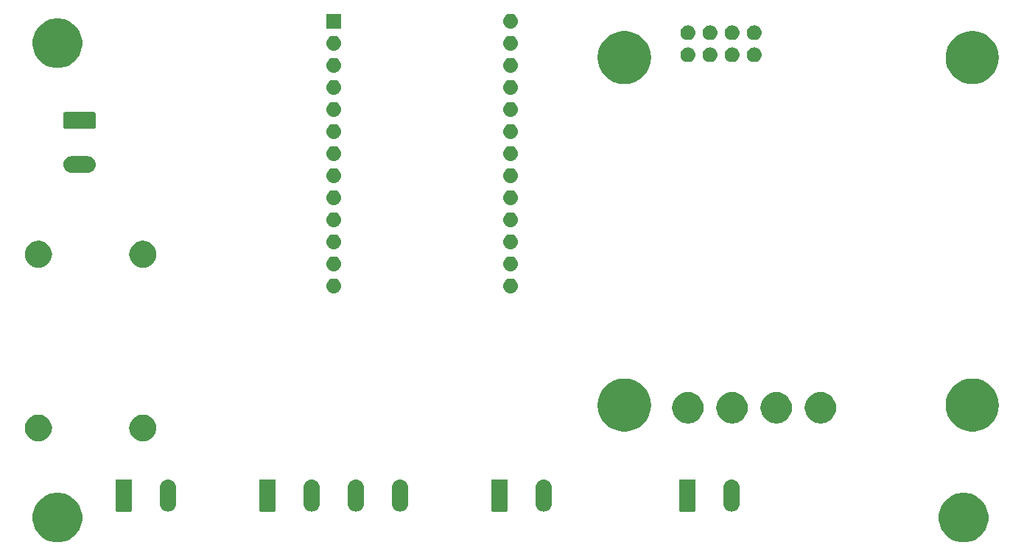
<source format=gbr>
G04 #@! TF.GenerationSoftware,KiCad,Pcbnew,5.0.2+dfsg1-1*
G04 #@! TF.CreationDate,2019-02-11T07:24:08+11:00*
G04 #@! TF.ProjectId,swinggate,7377696e-6767-4617-9465-2e6b69636164,rev?*
G04 #@! TF.SameCoordinates,Original*
G04 #@! TF.FileFunction,Soldermask,Bot*
G04 #@! TF.FilePolarity,Negative*
%FSLAX46Y46*%
G04 Gerber Fmt 4.6, Leading zero omitted, Abs format (unit mm)*
G04 Created by KiCad (PCBNEW 5.0.2+dfsg1-1) date Mon 11 Feb 2019 07:24:08 AEDT*
%MOMM*%
%LPD*%
G01*
G04 APERTURE LIST*
%ADD10C,0.100000*%
G04 APERTURE END LIST*
D10*
G36*
X183436202Y-116583781D02*
X183711606Y-116638562D01*
X184230455Y-116853476D01*
X184694259Y-117163380D01*
X184697410Y-117165486D01*
X185094514Y-117562590D01*
X185094516Y-117562593D01*
X185406524Y-118029545D01*
X185621438Y-118548394D01*
X185731000Y-119099201D01*
X185731000Y-119660799D01*
X185621438Y-120211606D01*
X185406524Y-120730455D01*
X185096620Y-121194259D01*
X185094514Y-121197410D01*
X184697410Y-121594514D01*
X184697407Y-121594516D01*
X184230455Y-121906524D01*
X183711606Y-122121438D01*
X183160800Y-122231000D01*
X182599200Y-122231000D01*
X182048394Y-122121438D01*
X181529545Y-121906524D01*
X181062593Y-121594516D01*
X181062590Y-121594514D01*
X180665486Y-121197410D01*
X180663380Y-121194259D01*
X180353476Y-120730455D01*
X180138562Y-120211606D01*
X180029000Y-119660799D01*
X180029000Y-119099201D01*
X180138562Y-118548394D01*
X180353476Y-118029545D01*
X180665484Y-117562593D01*
X180665486Y-117562590D01*
X181062590Y-117165486D01*
X181065741Y-117163380D01*
X181529545Y-116853476D01*
X182048394Y-116638562D01*
X182323798Y-116583781D01*
X182599200Y-116529000D01*
X183160800Y-116529000D01*
X183436202Y-116583781D01*
X183436202Y-116583781D01*
G37*
G36*
X79296202Y-116583781D02*
X79571606Y-116638562D01*
X80090455Y-116853476D01*
X80554259Y-117163380D01*
X80557410Y-117165486D01*
X80954514Y-117562590D01*
X80954516Y-117562593D01*
X81266524Y-118029545D01*
X81481438Y-118548394D01*
X81591000Y-119099201D01*
X81591000Y-119660799D01*
X81481438Y-120211606D01*
X81266524Y-120730455D01*
X80956620Y-121194259D01*
X80954514Y-121197410D01*
X80557410Y-121594514D01*
X80557407Y-121594516D01*
X80090455Y-121906524D01*
X79571606Y-122121438D01*
X79020800Y-122231000D01*
X78459200Y-122231000D01*
X77908394Y-122121438D01*
X77389545Y-121906524D01*
X76922593Y-121594516D01*
X76922590Y-121594514D01*
X76525486Y-121197410D01*
X76523380Y-121194259D01*
X76213476Y-120730455D01*
X75998562Y-120211606D01*
X75889000Y-119660799D01*
X75889000Y-119099201D01*
X75998562Y-118548394D01*
X76213476Y-118029545D01*
X76525484Y-117562593D01*
X76525486Y-117562590D01*
X76922590Y-117165486D01*
X76925741Y-117163380D01*
X77389545Y-116853476D01*
X77908394Y-116638562D01*
X78183798Y-116583781D01*
X78459200Y-116529000D01*
X79020800Y-116529000D01*
X79296202Y-116583781D01*
X79296202Y-116583781D01*
G37*
G36*
X118296424Y-115002760D02*
X118296427Y-115002761D01*
X118296428Y-115002761D01*
X118475692Y-115057140D01*
X118475694Y-115057141D01*
X118475697Y-115057142D01*
X118640904Y-115145446D01*
X118785712Y-115264288D01*
X118904552Y-115409095D01*
X118992859Y-115574305D01*
X119047240Y-115753575D01*
X119061000Y-115893282D01*
X119061000Y-117786718D01*
X119047240Y-117926425D01*
X118992859Y-118105695D01*
X118904552Y-118270905D01*
X118785712Y-118415712D01*
X118640905Y-118534552D01*
X118567857Y-118573597D01*
X118475693Y-118622860D01*
X118296429Y-118677239D01*
X118296428Y-118677239D01*
X118296425Y-118677240D01*
X118110000Y-118695601D01*
X117923576Y-118677240D01*
X117923573Y-118677239D01*
X117923572Y-118677239D01*
X117744308Y-118622860D01*
X117652144Y-118573597D01*
X117579096Y-118534552D01*
X117434289Y-118415712D01*
X117315449Y-118270905D01*
X117227142Y-118105695D01*
X117172761Y-117926425D01*
X117159000Y-117786717D01*
X117159000Y-115893283D01*
X117172760Y-115753576D01*
X117172761Y-115753572D01*
X117227140Y-115574308D01*
X117227141Y-115574306D01*
X117227142Y-115574303D01*
X117315446Y-115409096D01*
X117434288Y-115264288D01*
X117579095Y-115145448D01*
X117744305Y-115057141D01*
X117744307Y-115057140D01*
X117923571Y-115002761D01*
X117923572Y-115002761D01*
X117923575Y-115002760D01*
X118110000Y-114984399D01*
X118296424Y-115002760D01*
X118296424Y-115002760D01*
G37*
G36*
X134806424Y-115002760D02*
X134806427Y-115002761D01*
X134806428Y-115002761D01*
X134985692Y-115057140D01*
X134985694Y-115057141D01*
X134985697Y-115057142D01*
X135150904Y-115145446D01*
X135295712Y-115264288D01*
X135414552Y-115409095D01*
X135502859Y-115574305D01*
X135557240Y-115753575D01*
X135571000Y-115893282D01*
X135571000Y-117786718D01*
X135557240Y-117926425D01*
X135502859Y-118105695D01*
X135414552Y-118270905D01*
X135295712Y-118415712D01*
X135150905Y-118534552D01*
X135077857Y-118573597D01*
X134985693Y-118622860D01*
X134806429Y-118677239D01*
X134806428Y-118677239D01*
X134806425Y-118677240D01*
X134620000Y-118695601D01*
X134433576Y-118677240D01*
X134433573Y-118677239D01*
X134433572Y-118677239D01*
X134254308Y-118622860D01*
X134162144Y-118573597D01*
X134089096Y-118534552D01*
X133944289Y-118415712D01*
X133825449Y-118270905D01*
X133737142Y-118105695D01*
X133682761Y-117926425D01*
X133669000Y-117786717D01*
X133669000Y-115893283D01*
X133682760Y-115753576D01*
X133682761Y-115753572D01*
X133737140Y-115574308D01*
X133737141Y-115574306D01*
X133737142Y-115574303D01*
X133825446Y-115409096D01*
X133944288Y-115264288D01*
X134089095Y-115145448D01*
X134254305Y-115057141D01*
X134254307Y-115057140D01*
X134433571Y-115002761D01*
X134433572Y-115002761D01*
X134433575Y-115002760D01*
X134620000Y-114984399D01*
X134806424Y-115002760D01*
X134806424Y-115002760D01*
G37*
G36*
X156396424Y-115002760D02*
X156396427Y-115002761D01*
X156396428Y-115002761D01*
X156575692Y-115057140D01*
X156575694Y-115057141D01*
X156575697Y-115057142D01*
X156740904Y-115145446D01*
X156885712Y-115264288D01*
X157004552Y-115409095D01*
X157092859Y-115574305D01*
X157147240Y-115753575D01*
X157161000Y-115893282D01*
X157161000Y-117786718D01*
X157147240Y-117926425D01*
X157092859Y-118105695D01*
X157004552Y-118270905D01*
X156885712Y-118415712D01*
X156740905Y-118534552D01*
X156667857Y-118573597D01*
X156575693Y-118622860D01*
X156396429Y-118677239D01*
X156396428Y-118677239D01*
X156396425Y-118677240D01*
X156210000Y-118695601D01*
X156023576Y-118677240D01*
X156023573Y-118677239D01*
X156023572Y-118677239D01*
X155844308Y-118622860D01*
X155752144Y-118573597D01*
X155679096Y-118534552D01*
X155534289Y-118415712D01*
X155415449Y-118270905D01*
X155327142Y-118105695D01*
X155272761Y-117926425D01*
X155259000Y-117786717D01*
X155259000Y-115893283D01*
X155272760Y-115753576D01*
X155272761Y-115753572D01*
X155327140Y-115574308D01*
X155327141Y-115574306D01*
X155327142Y-115574303D01*
X155415446Y-115409096D01*
X155534288Y-115264288D01*
X155679095Y-115145448D01*
X155844305Y-115057141D01*
X155844307Y-115057140D01*
X156023571Y-115002761D01*
X156023572Y-115002761D01*
X156023575Y-115002760D01*
X156210000Y-114984399D01*
X156396424Y-115002760D01*
X156396424Y-115002760D01*
G37*
G36*
X108136424Y-115002760D02*
X108136427Y-115002761D01*
X108136428Y-115002761D01*
X108315692Y-115057140D01*
X108315694Y-115057141D01*
X108315697Y-115057142D01*
X108480904Y-115145446D01*
X108625712Y-115264288D01*
X108744552Y-115409095D01*
X108832859Y-115574305D01*
X108887240Y-115753575D01*
X108901000Y-115893282D01*
X108901000Y-117786718D01*
X108887240Y-117926425D01*
X108832859Y-118105695D01*
X108744552Y-118270905D01*
X108625712Y-118415712D01*
X108480905Y-118534552D01*
X108407857Y-118573597D01*
X108315693Y-118622860D01*
X108136429Y-118677239D01*
X108136428Y-118677239D01*
X108136425Y-118677240D01*
X107950000Y-118695601D01*
X107763576Y-118677240D01*
X107763573Y-118677239D01*
X107763572Y-118677239D01*
X107584308Y-118622860D01*
X107492144Y-118573597D01*
X107419096Y-118534552D01*
X107274289Y-118415712D01*
X107155449Y-118270905D01*
X107067142Y-118105695D01*
X107012761Y-117926425D01*
X106999000Y-117786717D01*
X106999000Y-115893283D01*
X107012760Y-115753576D01*
X107012761Y-115753572D01*
X107067140Y-115574308D01*
X107067141Y-115574306D01*
X107067142Y-115574303D01*
X107155446Y-115409096D01*
X107274288Y-115264288D01*
X107419095Y-115145448D01*
X107584305Y-115057141D01*
X107584307Y-115057140D01*
X107763571Y-115002761D01*
X107763572Y-115002761D01*
X107763575Y-115002760D01*
X107950000Y-114984399D01*
X108136424Y-115002760D01*
X108136424Y-115002760D01*
G37*
G36*
X91626424Y-115002760D02*
X91626427Y-115002761D01*
X91626428Y-115002761D01*
X91805692Y-115057140D01*
X91805694Y-115057141D01*
X91805697Y-115057142D01*
X91970904Y-115145446D01*
X92115712Y-115264288D01*
X92234552Y-115409095D01*
X92322859Y-115574305D01*
X92377240Y-115753575D01*
X92391000Y-115893282D01*
X92391000Y-117786718D01*
X92377240Y-117926425D01*
X92322859Y-118105695D01*
X92234552Y-118270905D01*
X92115712Y-118415712D01*
X91970905Y-118534552D01*
X91897857Y-118573597D01*
X91805693Y-118622860D01*
X91626429Y-118677239D01*
X91626428Y-118677239D01*
X91626425Y-118677240D01*
X91440000Y-118695601D01*
X91253576Y-118677240D01*
X91253573Y-118677239D01*
X91253572Y-118677239D01*
X91074308Y-118622860D01*
X90982144Y-118573597D01*
X90909096Y-118534552D01*
X90764289Y-118415712D01*
X90645449Y-118270905D01*
X90557142Y-118105695D01*
X90502761Y-117926425D01*
X90489000Y-117786717D01*
X90489000Y-115893283D01*
X90502760Y-115753576D01*
X90502761Y-115753572D01*
X90557140Y-115574308D01*
X90557141Y-115574306D01*
X90557142Y-115574303D01*
X90645446Y-115409096D01*
X90764288Y-115264288D01*
X90909095Y-115145448D01*
X91074305Y-115057141D01*
X91074307Y-115057140D01*
X91253571Y-115002761D01*
X91253572Y-115002761D01*
X91253575Y-115002760D01*
X91440000Y-114984399D01*
X91626424Y-115002760D01*
X91626424Y-115002760D01*
G37*
G36*
X113216424Y-115002760D02*
X113216427Y-115002761D01*
X113216428Y-115002761D01*
X113395692Y-115057140D01*
X113395694Y-115057141D01*
X113395697Y-115057142D01*
X113560904Y-115145446D01*
X113705712Y-115264288D01*
X113824552Y-115409095D01*
X113912859Y-115574305D01*
X113967240Y-115753575D01*
X113981000Y-115893282D01*
X113981000Y-117786718D01*
X113967240Y-117926425D01*
X113912859Y-118105695D01*
X113824552Y-118270905D01*
X113705712Y-118415712D01*
X113560905Y-118534552D01*
X113487857Y-118573597D01*
X113395693Y-118622860D01*
X113216429Y-118677239D01*
X113216428Y-118677239D01*
X113216425Y-118677240D01*
X113030000Y-118695601D01*
X112843576Y-118677240D01*
X112843573Y-118677239D01*
X112843572Y-118677239D01*
X112664308Y-118622860D01*
X112572144Y-118573597D01*
X112499096Y-118534552D01*
X112354289Y-118415712D01*
X112235449Y-118270905D01*
X112147142Y-118105695D01*
X112092761Y-117926425D01*
X112079000Y-117786717D01*
X112079000Y-115893283D01*
X112092760Y-115753576D01*
X112092761Y-115753572D01*
X112147140Y-115574308D01*
X112147141Y-115574306D01*
X112147142Y-115574303D01*
X112235446Y-115409096D01*
X112354288Y-115264288D01*
X112499095Y-115145448D01*
X112664305Y-115057141D01*
X112664307Y-115057140D01*
X112843571Y-115002761D01*
X112843572Y-115002761D01*
X112843575Y-115002760D01*
X113030000Y-114984399D01*
X113216424Y-115002760D01*
X113216424Y-115002760D01*
G37*
G36*
X151940918Y-114992934D02*
X151973424Y-115002795D01*
X152003383Y-115018808D01*
X152029641Y-115040359D01*
X152051192Y-115066617D01*
X152067205Y-115096576D01*
X152077066Y-115129082D01*
X152081000Y-115169029D01*
X152081000Y-118510971D01*
X152077066Y-118550918D01*
X152067205Y-118583424D01*
X152051192Y-118613383D01*
X152029641Y-118639641D01*
X152003383Y-118661192D01*
X151973424Y-118677205D01*
X151940918Y-118687066D01*
X151900971Y-118691000D01*
X150359029Y-118691000D01*
X150319082Y-118687066D01*
X150286576Y-118677205D01*
X150256617Y-118661192D01*
X150230359Y-118639641D01*
X150208808Y-118613383D01*
X150192795Y-118583424D01*
X150182934Y-118550918D01*
X150179000Y-118510971D01*
X150179000Y-115169029D01*
X150182934Y-115129082D01*
X150192795Y-115096576D01*
X150208808Y-115066617D01*
X150230359Y-115040359D01*
X150256617Y-115018808D01*
X150286576Y-115002795D01*
X150319082Y-114992934D01*
X150359029Y-114989000D01*
X151900971Y-114989000D01*
X151940918Y-114992934D01*
X151940918Y-114992934D01*
G37*
G36*
X87170918Y-114992934D02*
X87203424Y-115002795D01*
X87233383Y-115018808D01*
X87259641Y-115040359D01*
X87281192Y-115066617D01*
X87297205Y-115096576D01*
X87307066Y-115129082D01*
X87311000Y-115169029D01*
X87311000Y-118510971D01*
X87307066Y-118550918D01*
X87297205Y-118583424D01*
X87281192Y-118613383D01*
X87259641Y-118639641D01*
X87233383Y-118661192D01*
X87203424Y-118677205D01*
X87170918Y-118687066D01*
X87130971Y-118691000D01*
X85589029Y-118691000D01*
X85549082Y-118687066D01*
X85516576Y-118677205D01*
X85486617Y-118661192D01*
X85460359Y-118639641D01*
X85438808Y-118613383D01*
X85422795Y-118583424D01*
X85412934Y-118550918D01*
X85409000Y-118510971D01*
X85409000Y-115169029D01*
X85412934Y-115129082D01*
X85422795Y-115096576D01*
X85438808Y-115066617D01*
X85460359Y-115040359D01*
X85486617Y-115018808D01*
X85516576Y-115002795D01*
X85549082Y-114992934D01*
X85589029Y-114989000D01*
X87130971Y-114989000D01*
X87170918Y-114992934D01*
X87170918Y-114992934D01*
G37*
G36*
X130350918Y-114992934D02*
X130383424Y-115002795D01*
X130413383Y-115018808D01*
X130439641Y-115040359D01*
X130461192Y-115066617D01*
X130477205Y-115096576D01*
X130487066Y-115129082D01*
X130491000Y-115169029D01*
X130491000Y-118510971D01*
X130487066Y-118550918D01*
X130477205Y-118583424D01*
X130461192Y-118613383D01*
X130439641Y-118639641D01*
X130413383Y-118661192D01*
X130383424Y-118677205D01*
X130350918Y-118687066D01*
X130310971Y-118691000D01*
X128769029Y-118691000D01*
X128729082Y-118687066D01*
X128696576Y-118677205D01*
X128666617Y-118661192D01*
X128640359Y-118639641D01*
X128618808Y-118613383D01*
X128602795Y-118583424D01*
X128592934Y-118550918D01*
X128589000Y-118510971D01*
X128589000Y-115169029D01*
X128592934Y-115129082D01*
X128602795Y-115096576D01*
X128618808Y-115066617D01*
X128640359Y-115040359D01*
X128666617Y-115018808D01*
X128696576Y-115002795D01*
X128729082Y-114992934D01*
X128769029Y-114989000D01*
X130310971Y-114989000D01*
X130350918Y-114992934D01*
X130350918Y-114992934D01*
G37*
G36*
X103680918Y-114992934D02*
X103713424Y-115002795D01*
X103743383Y-115018808D01*
X103769641Y-115040359D01*
X103791192Y-115066617D01*
X103807205Y-115096576D01*
X103817066Y-115129082D01*
X103821000Y-115169029D01*
X103821000Y-118510971D01*
X103817066Y-118550918D01*
X103807205Y-118583424D01*
X103791192Y-118613383D01*
X103769641Y-118639641D01*
X103743383Y-118661192D01*
X103713424Y-118677205D01*
X103680918Y-118687066D01*
X103640971Y-118691000D01*
X102099029Y-118691000D01*
X102059082Y-118687066D01*
X102026576Y-118677205D01*
X101996617Y-118661192D01*
X101970359Y-118639641D01*
X101948808Y-118613383D01*
X101932795Y-118583424D01*
X101922934Y-118550918D01*
X101919000Y-118510971D01*
X101919000Y-115169029D01*
X101922934Y-115129082D01*
X101932795Y-115096576D01*
X101948808Y-115066617D01*
X101970359Y-115040359D01*
X101996617Y-115018808D01*
X102026576Y-115002795D01*
X102059082Y-114992934D01*
X102099029Y-114989000D01*
X103640971Y-114989000D01*
X103680918Y-114992934D01*
X103680918Y-114992934D01*
G37*
G36*
X76702143Y-107516481D02*
X76854049Y-107531442D01*
X77048959Y-107590567D01*
X77146415Y-107620130D01*
X77244690Y-107672660D01*
X77415858Y-107764151D01*
X77652029Y-107957971D01*
X77845849Y-108194142D01*
X77937340Y-108365310D01*
X77989870Y-108463585D01*
X77989870Y-108463586D01*
X78078558Y-108755951D01*
X78108504Y-109060000D01*
X78078558Y-109364049D01*
X78046114Y-109471001D01*
X77989870Y-109656415D01*
X77937340Y-109754690D01*
X77845849Y-109925858D01*
X77652029Y-110162029D01*
X77415858Y-110355849D01*
X77244690Y-110447340D01*
X77146415Y-110499870D01*
X77048959Y-110529433D01*
X76854049Y-110588558D01*
X76702143Y-110603519D01*
X76626191Y-110611000D01*
X76473809Y-110611000D01*
X76397857Y-110603519D01*
X76245951Y-110588558D01*
X76051041Y-110529433D01*
X75953585Y-110499870D01*
X75855310Y-110447340D01*
X75684142Y-110355849D01*
X75447971Y-110162029D01*
X75254151Y-109925858D01*
X75162660Y-109754690D01*
X75110130Y-109656415D01*
X75053886Y-109471001D01*
X75021442Y-109364049D01*
X74991496Y-109060000D01*
X75021442Y-108755951D01*
X75110130Y-108463586D01*
X75110130Y-108463585D01*
X75162660Y-108365310D01*
X75254151Y-108194142D01*
X75447971Y-107957971D01*
X75684142Y-107764151D01*
X75855310Y-107672660D01*
X75953585Y-107620130D01*
X76051041Y-107590567D01*
X76245951Y-107531442D01*
X76397857Y-107516481D01*
X76473809Y-107509000D01*
X76626191Y-107509000D01*
X76702143Y-107516481D01*
X76702143Y-107516481D01*
G37*
G36*
X88702143Y-107516481D02*
X88854049Y-107531442D01*
X89048959Y-107590567D01*
X89146415Y-107620130D01*
X89244690Y-107672660D01*
X89415858Y-107764151D01*
X89652029Y-107957971D01*
X89845849Y-108194142D01*
X89937340Y-108365310D01*
X89989870Y-108463585D01*
X89989870Y-108463586D01*
X90078558Y-108755951D01*
X90108504Y-109060000D01*
X90078558Y-109364049D01*
X90046114Y-109471001D01*
X89989870Y-109656415D01*
X89937340Y-109754690D01*
X89845849Y-109925858D01*
X89652029Y-110162029D01*
X89415858Y-110355849D01*
X89244690Y-110447340D01*
X89146415Y-110499870D01*
X89048959Y-110529433D01*
X88854049Y-110588558D01*
X88702143Y-110603519D01*
X88626191Y-110611000D01*
X88473809Y-110611000D01*
X88397857Y-110603519D01*
X88245951Y-110588558D01*
X88051041Y-110529433D01*
X87953585Y-110499870D01*
X87855310Y-110447340D01*
X87684142Y-110355849D01*
X87447971Y-110162029D01*
X87254151Y-109925858D01*
X87162660Y-109754690D01*
X87110130Y-109656415D01*
X87053886Y-109471001D01*
X87021442Y-109364049D01*
X86991496Y-109060000D01*
X87021442Y-108755951D01*
X87110130Y-108463586D01*
X87110130Y-108463585D01*
X87162660Y-108365310D01*
X87254151Y-108194142D01*
X87447971Y-107957971D01*
X87684142Y-107764151D01*
X87855310Y-107672660D01*
X87953585Y-107620130D01*
X88051041Y-107590567D01*
X88245951Y-107531442D01*
X88397857Y-107516481D01*
X88473809Y-107509000D01*
X88626191Y-107509000D01*
X88702143Y-107516481D01*
X88702143Y-107516481D01*
G37*
G36*
X184488098Y-103413146D02*
X184488101Y-103413147D01*
X185063217Y-103587606D01*
X185063219Y-103587607D01*
X185593249Y-103870914D01*
X186057822Y-104252180D01*
X186439088Y-104716753D01*
X186722395Y-105246783D01*
X186896856Y-105821904D01*
X186955763Y-106420001D01*
X186896856Y-107018098D01*
X186896855Y-107018101D01*
X186771134Y-107432550D01*
X186722395Y-107593219D01*
X186439088Y-108123249D01*
X186057822Y-108587822D01*
X185593249Y-108969088D01*
X185593247Y-108969089D01*
X185063217Y-109252396D01*
X184695152Y-109364047D01*
X184488098Y-109426856D01*
X184039885Y-109471001D01*
X183740117Y-109471001D01*
X183291904Y-109426856D01*
X183084850Y-109364047D01*
X182716785Y-109252396D01*
X182186755Y-108969089D01*
X182186753Y-108969088D01*
X181722180Y-108587822D01*
X181340914Y-108123249D01*
X181057607Y-107593219D01*
X181008869Y-107432550D01*
X180883147Y-107018101D01*
X180883146Y-107018098D01*
X180824239Y-106420001D01*
X180883146Y-105821904D01*
X181057607Y-105246783D01*
X181340914Y-104716753D01*
X181722180Y-104252180D01*
X182186753Y-103870914D01*
X182716783Y-103587607D01*
X182716785Y-103587606D01*
X183291901Y-103413147D01*
X183291904Y-103413146D01*
X183740117Y-103369001D01*
X184039885Y-103369001D01*
X184488098Y-103413146D01*
X184488098Y-103413146D01*
G37*
G36*
X144488098Y-103413146D02*
X144488101Y-103413147D01*
X145063217Y-103587606D01*
X145063219Y-103587607D01*
X145593249Y-103870914D01*
X146057822Y-104252180D01*
X146439088Y-104716753D01*
X146722395Y-105246783D01*
X146896856Y-105821904D01*
X146955763Y-106420001D01*
X146896856Y-107018098D01*
X146896855Y-107018101D01*
X146771134Y-107432550D01*
X146722395Y-107593219D01*
X146439088Y-108123249D01*
X146057822Y-108587822D01*
X145593249Y-108969088D01*
X145593247Y-108969089D01*
X145063217Y-109252396D01*
X144695152Y-109364047D01*
X144488098Y-109426856D01*
X144039885Y-109471001D01*
X143740117Y-109471001D01*
X143291904Y-109426856D01*
X143084850Y-109364047D01*
X142716785Y-109252396D01*
X142186755Y-108969089D01*
X142186753Y-108969088D01*
X141722180Y-108587822D01*
X141340914Y-108123249D01*
X141057607Y-107593219D01*
X141008869Y-107432550D01*
X140883147Y-107018101D01*
X140883146Y-107018098D01*
X140824239Y-106420001D01*
X140883146Y-105821904D01*
X141057607Y-105246783D01*
X141340914Y-104716753D01*
X141722180Y-104252180D01*
X142186753Y-103870914D01*
X142716783Y-103587607D01*
X142716785Y-103587606D01*
X143291901Y-103413147D01*
X143291904Y-103413146D01*
X143740117Y-103369001D01*
X144039885Y-103369001D01*
X144488098Y-103413146D01*
X144488098Y-103413146D01*
G37*
G36*
X166606670Y-104947687D02*
X166783059Y-104965060D01*
X167009386Y-105033715D01*
X167122550Y-105068043D01*
X167435426Y-105235280D01*
X167709662Y-105460340D01*
X167934722Y-105734576D01*
X168101959Y-106047452D01*
X168101959Y-106047453D01*
X168204942Y-106386943D01*
X168239715Y-106740001D01*
X168204942Y-107093059D01*
X168136287Y-107319386D01*
X168101959Y-107432550D01*
X167934722Y-107745426D01*
X167709662Y-108019662D01*
X167435426Y-108244722D01*
X167122550Y-108411959D01*
X167009386Y-108446287D01*
X166783059Y-108514942D01*
X166606670Y-108532315D01*
X166518477Y-108541001D01*
X166341525Y-108541001D01*
X166253332Y-108532315D01*
X166076943Y-108514942D01*
X165850616Y-108446287D01*
X165737452Y-108411959D01*
X165424576Y-108244722D01*
X165150340Y-108019662D01*
X164925280Y-107745426D01*
X164758043Y-107432550D01*
X164723715Y-107319386D01*
X164655060Y-107093059D01*
X164620287Y-106740001D01*
X164655060Y-106386943D01*
X164758043Y-106047453D01*
X164758043Y-106047452D01*
X164925280Y-105734576D01*
X165150340Y-105460340D01*
X165424576Y-105235280D01*
X165737452Y-105068043D01*
X165850616Y-105033715D01*
X166076943Y-104965060D01*
X166253332Y-104947687D01*
X166341525Y-104939001D01*
X166518477Y-104939001D01*
X166606670Y-104947687D01*
X166606670Y-104947687D01*
G37*
G36*
X151366670Y-104947687D02*
X151543059Y-104965060D01*
X151769386Y-105033715D01*
X151882550Y-105068043D01*
X152195426Y-105235280D01*
X152469662Y-105460340D01*
X152694722Y-105734576D01*
X152861959Y-106047452D01*
X152861959Y-106047453D01*
X152964942Y-106386943D01*
X152999715Y-106740001D01*
X152964942Y-107093059D01*
X152896287Y-107319386D01*
X152861959Y-107432550D01*
X152694722Y-107745426D01*
X152469662Y-108019662D01*
X152195426Y-108244722D01*
X151882550Y-108411959D01*
X151769386Y-108446287D01*
X151543059Y-108514942D01*
X151366670Y-108532315D01*
X151278477Y-108541001D01*
X151101525Y-108541001D01*
X151013332Y-108532315D01*
X150836943Y-108514942D01*
X150610616Y-108446287D01*
X150497452Y-108411959D01*
X150184576Y-108244722D01*
X149910340Y-108019662D01*
X149685280Y-107745426D01*
X149518043Y-107432550D01*
X149483715Y-107319386D01*
X149415060Y-107093059D01*
X149380287Y-106740001D01*
X149415060Y-106386943D01*
X149518043Y-106047453D01*
X149518043Y-106047452D01*
X149685280Y-105734576D01*
X149910340Y-105460340D01*
X150184576Y-105235280D01*
X150497452Y-105068043D01*
X150610616Y-105033715D01*
X150836943Y-104965060D01*
X151013332Y-104947687D01*
X151101525Y-104939001D01*
X151278477Y-104939001D01*
X151366670Y-104947687D01*
X151366670Y-104947687D01*
G37*
G36*
X156446670Y-104947687D02*
X156623059Y-104965060D01*
X156849386Y-105033715D01*
X156962550Y-105068043D01*
X157275426Y-105235280D01*
X157549662Y-105460340D01*
X157774722Y-105734576D01*
X157941959Y-106047452D01*
X157941959Y-106047453D01*
X158044942Y-106386943D01*
X158079715Y-106740001D01*
X158044942Y-107093059D01*
X157976287Y-107319386D01*
X157941959Y-107432550D01*
X157774722Y-107745426D01*
X157549662Y-108019662D01*
X157275426Y-108244722D01*
X156962550Y-108411959D01*
X156849386Y-108446287D01*
X156623059Y-108514942D01*
X156446670Y-108532315D01*
X156358477Y-108541001D01*
X156181525Y-108541001D01*
X156093332Y-108532315D01*
X155916943Y-108514942D01*
X155690616Y-108446287D01*
X155577452Y-108411959D01*
X155264576Y-108244722D01*
X154990340Y-108019662D01*
X154765280Y-107745426D01*
X154598043Y-107432550D01*
X154563715Y-107319386D01*
X154495060Y-107093059D01*
X154460287Y-106740001D01*
X154495060Y-106386943D01*
X154598043Y-106047453D01*
X154598043Y-106047452D01*
X154765280Y-105734576D01*
X154990340Y-105460340D01*
X155264576Y-105235280D01*
X155577452Y-105068043D01*
X155690616Y-105033715D01*
X155916943Y-104965060D01*
X156093332Y-104947687D01*
X156181525Y-104939001D01*
X156358477Y-104939001D01*
X156446670Y-104947687D01*
X156446670Y-104947687D01*
G37*
G36*
X161526670Y-104947687D02*
X161703059Y-104965060D01*
X161929386Y-105033715D01*
X162042550Y-105068043D01*
X162355426Y-105235280D01*
X162629662Y-105460340D01*
X162854722Y-105734576D01*
X163021959Y-106047452D01*
X163021959Y-106047453D01*
X163124942Y-106386943D01*
X163159715Y-106740001D01*
X163124942Y-107093059D01*
X163056287Y-107319386D01*
X163021959Y-107432550D01*
X162854722Y-107745426D01*
X162629662Y-108019662D01*
X162355426Y-108244722D01*
X162042550Y-108411959D01*
X161929386Y-108446287D01*
X161703059Y-108514942D01*
X161526670Y-108532315D01*
X161438477Y-108541001D01*
X161261525Y-108541001D01*
X161173332Y-108532315D01*
X160996943Y-108514942D01*
X160770616Y-108446287D01*
X160657452Y-108411959D01*
X160344576Y-108244722D01*
X160070340Y-108019662D01*
X159845280Y-107745426D01*
X159678043Y-107432550D01*
X159643715Y-107319386D01*
X159575060Y-107093059D01*
X159540287Y-106740001D01*
X159575060Y-106386943D01*
X159678043Y-106047453D01*
X159678043Y-106047452D01*
X159845280Y-105734576D01*
X160070340Y-105460340D01*
X160344576Y-105235280D01*
X160657452Y-105068043D01*
X160770616Y-105033715D01*
X160996943Y-104965060D01*
X161173332Y-104947687D01*
X161261525Y-104939001D01*
X161438477Y-104939001D01*
X161526670Y-104947687D01*
X161526670Y-104947687D01*
G37*
G36*
X130976821Y-91871313D02*
X130976824Y-91871314D01*
X130976825Y-91871314D01*
X131137239Y-91919975D01*
X131137241Y-91919976D01*
X131137244Y-91919977D01*
X131285078Y-91998995D01*
X131414659Y-92105341D01*
X131521005Y-92234922D01*
X131600023Y-92382756D01*
X131648687Y-92543179D01*
X131665117Y-92710000D01*
X131648687Y-92876821D01*
X131600023Y-93037244D01*
X131521005Y-93185078D01*
X131414659Y-93314659D01*
X131285078Y-93421005D01*
X131137244Y-93500023D01*
X131137241Y-93500024D01*
X131137239Y-93500025D01*
X130976825Y-93548686D01*
X130976824Y-93548686D01*
X130976821Y-93548687D01*
X130851804Y-93561000D01*
X130768196Y-93561000D01*
X130643179Y-93548687D01*
X130643176Y-93548686D01*
X130643175Y-93548686D01*
X130482761Y-93500025D01*
X130482759Y-93500024D01*
X130482756Y-93500023D01*
X130334922Y-93421005D01*
X130205341Y-93314659D01*
X130098995Y-93185078D01*
X130019977Y-93037244D01*
X129971313Y-92876821D01*
X129954883Y-92710000D01*
X129971313Y-92543179D01*
X130019977Y-92382756D01*
X130098995Y-92234922D01*
X130205341Y-92105341D01*
X130334922Y-91998995D01*
X130482756Y-91919977D01*
X130482759Y-91919976D01*
X130482761Y-91919975D01*
X130643175Y-91871314D01*
X130643176Y-91871314D01*
X130643179Y-91871313D01*
X130768196Y-91859000D01*
X130851804Y-91859000D01*
X130976821Y-91871313D01*
X130976821Y-91871313D01*
G37*
G36*
X110656821Y-91871313D02*
X110656824Y-91871314D01*
X110656825Y-91871314D01*
X110817239Y-91919975D01*
X110817241Y-91919976D01*
X110817244Y-91919977D01*
X110965078Y-91998995D01*
X111094659Y-92105341D01*
X111201005Y-92234922D01*
X111280023Y-92382756D01*
X111328687Y-92543179D01*
X111345117Y-92710000D01*
X111328687Y-92876821D01*
X111280023Y-93037244D01*
X111201005Y-93185078D01*
X111094659Y-93314659D01*
X110965078Y-93421005D01*
X110817244Y-93500023D01*
X110817241Y-93500024D01*
X110817239Y-93500025D01*
X110656825Y-93548686D01*
X110656824Y-93548686D01*
X110656821Y-93548687D01*
X110531804Y-93561000D01*
X110448196Y-93561000D01*
X110323179Y-93548687D01*
X110323176Y-93548686D01*
X110323175Y-93548686D01*
X110162761Y-93500025D01*
X110162759Y-93500024D01*
X110162756Y-93500023D01*
X110014922Y-93421005D01*
X109885341Y-93314659D01*
X109778995Y-93185078D01*
X109699977Y-93037244D01*
X109651313Y-92876821D01*
X109634883Y-92710000D01*
X109651313Y-92543179D01*
X109699977Y-92382756D01*
X109778995Y-92234922D01*
X109885341Y-92105341D01*
X110014922Y-91998995D01*
X110162756Y-91919977D01*
X110162759Y-91919976D01*
X110162761Y-91919975D01*
X110323175Y-91871314D01*
X110323176Y-91871314D01*
X110323179Y-91871313D01*
X110448196Y-91859000D01*
X110531804Y-91859000D01*
X110656821Y-91871313D01*
X110656821Y-91871313D01*
G37*
G36*
X130976821Y-89331313D02*
X130976824Y-89331314D01*
X130976825Y-89331314D01*
X131137239Y-89379975D01*
X131137241Y-89379976D01*
X131137244Y-89379977D01*
X131285078Y-89458995D01*
X131414659Y-89565341D01*
X131521005Y-89694922D01*
X131600023Y-89842756D01*
X131600024Y-89842759D01*
X131600025Y-89842761D01*
X131648686Y-90003175D01*
X131648687Y-90003179D01*
X131665117Y-90170000D01*
X131648687Y-90336821D01*
X131600023Y-90497244D01*
X131521005Y-90645078D01*
X131414659Y-90774659D01*
X131285078Y-90881005D01*
X131137244Y-90960023D01*
X131137241Y-90960024D01*
X131137239Y-90960025D01*
X130976825Y-91008686D01*
X130976824Y-91008686D01*
X130976821Y-91008687D01*
X130851804Y-91021000D01*
X130768196Y-91021000D01*
X130643179Y-91008687D01*
X130643176Y-91008686D01*
X130643175Y-91008686D01*
X130482761Y-90960025D01*
X130482759Y-90960024D01*
X130482756Y-90960023D01*
X130334922Y-90881005D01*
X130205341Y-90774659D01*
X130098995Y-90645078D01*
X130019977Y-90497244D01*
X129971313Y-90336821D01*
X129954883Y-90170000D01*
X129971313Y-90003179D01*
X129971314Y-90003175D01*
X130019975Y-89842761D01*
X130019976Y-89842759D01*
X130019977Y-89842756D01*
X130098995Y-89694922D01*
X130205341Y-89565341D01*
X130334922Y-89458995D01*
X130482756Y-89379977D01*
X130482759Y-89379976D01*
X130482761Y-89379975D01*
X130643175Y-89331314D01*
X130643176Y-89331314D01*
X130643179Y-89331313D01*
X130768196Y-89319000D01*
X130851804Y-89319000D01*
X130976821Y-89331313D01*
X130976821Y-89331313D01*
G37*
G36*
X110656821Y-89331313D02*
X110656824Y-89331314D01*
X110656825Y-89331314D01*
X110817239Y-89379975D01*
X110817241Y-89379976D01*
X110817244Y-89379977D01*
X110965078Y-89458995D01*
X111094659Y-89565341D01*
X111201005Y-89694922D01*
X111280023Y-89842756D01*
X111280024Y-89842759D01*
X111280025Y-89842761D01*
X111328686Y-90003175D01*
X111328687Y-90003179D01*
X111345117Y-90170000D01*
X111328687Y-90336821D01*
X111280023Y-90497244D01*
X111201005Y-90645078D01*
X111094659Y-90774659D01*
X110965078Y-90881005D01*
X110817244Y-90960023D01*
X110817241Y-90960024D01*
X110817239Y-90960025D01*
X110656825Y-91008686D01*
X110656824Y-91008686D01*
X110656821Y-91008687D01*
X110531804Y-91021000D01*
X110448196Y-91021000D01*
X110323179Y-91008687D01*
X110323176Y-91008686D01*
X110323175Y-91008686D01*
X110162761Y-90960025D01*
X110162759Y-90960024D01*
X110162756Y-90960023D01*
X110014922Y-90881005D01*
X109885341Y-90774659D01*
X109778995Y-90645078D01*
X109699977Y-90497244D01*
X109651313Y-90336821D01*
X109634883Y-90170000D01*
X109651313Y-90003179D01*
X109651314Y-90003175D01*
X109699975Y-89842761D01*
X109699976Y-89842759D01*
X109699977Y-89842756D01*
X109778995Y-89694922D01*
X109885341Y-89565341D01*
X110014922Y-89458995D01*
X110162756Y-89379977D01*
X110162759Y-89379976D01*
X110162761Y-89379975D01*
X110323175Y-89331314D01*
X110323176Y-89331314D01*
X110323179Y-89331313D01*
X110448196Y-89319000D01*
X110531804Y-89319000D01*
X110656821Y-89331313D01*
X110656821Y-89331313D01*
G37*
G36*
X76702143Y-87516481D02*
X76854049Y-87531442D01*
X77048959Y-87590567D01*
X77146415Y-87620130D01*
X77244690Y-87672660D01*
X77415858Y-87764151D01*
X77652029Y-87957971D01*
X77845849Y-88194142D01*
X77924348Y-88341004D01*
X77989870Y-88463585D01*
X78019433Y-88561041D01*
X78078558Y-88755951D01*
X78108504Y-89060000D01*
X78078558Y-89364049D01*
X78073726Y-89379977D01*
X77989870Y-89656415D01*
X77969287Y-89694922D01*
X77845849Y-89925858D01*
X77652029Y-90162029D01*
X77415858Y-90355849D01*
X77244690Y-90447340D01*
X77146415Y-90499870D01*
X77048959Y-90529433D01*
X76854049Y-90588558D01*
X76702143Y-90603519D01*
X76626191Y-90611000D01*
X76473809Y-90611000D01*
X76397857Y-90603519D01*
X76245951Y-90588558D01*
X76051041Y-90529433D01*
X75953585Y-90499870D01*
X75855310Y-90447340D01*
X75684142Y-90355849D01*
X75447971Y-90162029D01*
X75254151Y-89925858D01*
X75130713Y-89694922D01*
X75110130Y-89656415D01*
X75026274Y-89379977D01*
X75021442Y-89364049D01*
X74991496Y-89060000D01*
X75021442Y-88755951D01*
X75080567Y-88561041D01*
X75110130Y-88463585D01*
X75175652Y-88341004D01*
X75254151Y-88194142D01*
X75447971Y-87957971D01*
X75684142Y-87764151D01*
X75855310Y-87672660D01*
X75953585Y-87620130D01*
X76051041Y-87590567D01*
X76245951Y-87531442D01*
X76397857Y-87516481D01*
X76473809Y-87509000D01*
X76626191Y-87509000D01*
X76702143Y-87516481D01*
X76702143Y-87516481D01*
G37*
G36*
X88702143Y-87516481D02*
X88854049Y-87531442D01*
X89048959Y-87590567D01*
X89146415Y-87620130D01*
X89244690Y-87672660D01*
X89415858Y-87764151D01*
X89652029Y-87957971D01*
X89845849Y-88194142D01*
X89924348Y-88341004D01*
X89989870Y-88463585D01*
X90019433Y-88561041D01*
X90078558Y-88755951D01*
X90108504Y-89060000D01*
X90078558Y-89364049D01*
X90073726Y-89379977D01*
X89989870Y-89656415D01*
X89969287Y-89694922D01*
X89845849Y-89925858D01*
X89652029Y-90162029D01*
X89415858Y-90355849D01*
X89244690Y-90447340D01*
X89146415Y-90499870D01*
X89048959Y-90529433D01*
X88854049Y-90588558D01*
X88702143Y-90603519D01*
X88626191Y-90611000D01*
X88473809Y-90611000D01*
X88397857Y-90603519D01*
X88245951Y-90588558D01*
X88051041Y-90529433D01*
X87953585Y-90499870D01*
X87855310Y-90447340D01*
X87684142Y-90355849D01*
X87447971Y-90162029D01*
X87254151Y-89925858D01*
X87130713Y-89694922D01*
X87110130Y-89656415D01*
X87026274Y-89379977D01*
X87021442Y-89364049D01*
X86991496Y-89060000D01*
X87021442Y-88755951D01*
X87080567Y-88561041D01*
X87110130Y-88463585D01*
X87175652Y-88341004D01*
X87254151Y-88194142D01*
X87447971Y-87957971D01*
X87684142Y-87764151D01*
X87855310Y-87672660D01*
X87953585Y-87620130D01*
X88051041Y-87590567D01*
X88245951Y-87531442D01*
X88397857Y-87516481D01*
X88473809Y-87509000D01*
X88626191Y-87509000D01*
X88702143Y-87516481D01*
X88702143Y-87516481D01*
G37*
G36*
X130976821Y-86791313D02*
X130976824Y-86791314D01*
X130976825Y-86791314D01*
X131137239Y-86839975D01*
X131137241Y-86839976D01*
X131137244Y-86839977D01*
X131285078Y-86918995D01*
X131414659Y-87025341D01*
X131521005Y-87154922D01*
X131600023Y-87302756D01*
X131648687Y-87463179D01*
X131665117Y-87630000D01*
X131648687Y-87796821D01*
X131600023Y-87957244D01*
X131521005Y-88105078D01*
X131414659Y-88234659D01*
X131285078Y-88341005D01*
X131137244Y-88420023D01*
X131137241Y-88420024D01*
X131137239Y-88420025D01*
X130976825Y-88468686D01*
X130976824Y-88468686D01*
X130976821Y-88468687D01*
X130851804Y-88481000D01*
X130768196Y-88481000D01*
X130643179Y-88468687D01*
X130643176Y-88468686D01*
X130643175Y-88468686D01*
X130482761Y-88420025D01*
X130482759Y-88420024D01*
X130482756Y-88420023D01*
X130334922Y-88341005D01*
X130205341Y-88234659D01*
X130098995Y-88105078D01*
X130019977Y-87957244D01*
X129971313Y-87796821D01*
X129954883Y-87630000D01*
X129971313Y-87463179D01*
X130019977Y-87302756D01*
X130098995Y-87154922D01*
X130205341Y-87025341D01*
X130334922Y-86918995D01*
X130482756Y-86839977D01*
X130482759Y-86839976D01*
X130482761Y-86839975D01*
X130643175Y-86791314D01*
X130643176Y-86791314D01*
X130643179Y-86791313D01*
X130768196Y-86779000D01*
X130851804Y-86779000D01*
X130976821Y-86791313D01*
X130976821Y-86791313D01*
G37*
G36*
X110656821Y-86791313D02*
X110656824Y-86791314D01*
X110656825Y-86791314D01*
X110817239Y-86839975D01*
X110817241Y-86839976D01*
X110817244Y-86839977D01*
X110965078Y-86918995D01*
X111094659Y-87025341D01*
X111201005Y-87154922D01*
X111280023Y-87302756D01*
X111328687Y-87463179D01*
X111345117Y-87630000D01*
X111328687Y-87796821D01*
X111280023Y-87957244D01*
X111201005Y-88105078D01*
X111094659Y-88234659D01*
X110965078Y-88341005D01*
X110817244Y-88420023D01*
X110817241Y-88420024D01*
X110817239Y-88420025D01*
X110656825Y-88468686D01*
X110656824Y-88468686D01*
X110656821Y-88468687D01*
X110531804Y-88481000D01*
X110448196Y-88481000D01*
X110323179Y-88468687D01*
X110323176Y-88468686D01*
X110323175Y-88468686D01*
X110162761Y-88420025D01*
X110162759Y-88420024D01*
X110162756Y-88420023D01*
X110014922Y-88341005D01*
X109885341Y-88234659D01*
X109778995Y-88105078D01*
X109699977Y-87957244D01*
X109651313Y-87796821D01*
X109634883Y-87630000D01*
X109651313Y-87463179D01*
X109699977Y-87302756D01*
X109778995Y-87154922D01*
X109885341Y-87025341D01*
X110014922Y-86918995D01*
X110162756Y-86839977D01*
X110162759Y-86839976D01*
X110162761Y-86839975D01*
X110323175Y-86791314D01*
X110323176Y-86791314D01*
X110323179Y-86791313D01*
X110448196Y-86779000D01*
X110531804Y-86779000D01*
X110656821Y-86791313D01*
X110656821Y-86791313D01*
G37*
G36*
X130976821Y-84251313D02*
X130976824Y-84251314D01*
X130976825Y-84251314D01*
X131137239Y-84299975D01*
X131137241Y-84299976D01*
X131137244Y-84299977D01*
X131285078Y-84378995D01*
X131414659Y-84485341D01*
X131521005Y-84614922D01*
X131600023Y-84762756D01*
X131648687Y-84923179D01*
X131665117Y-85090000D01*
X131648687Y-85256821D01*
X131600023Y-85417244D01*
X131521005Y-85565078D01*
X131414659Y-85694659D01*
X131285078Y-85801005D01*
X131137244Y-85880023D01*
X131137241Y-85880024D01*
X131137239Y-85880025D01*
X130976825Y-85928686D01*
X130976824Y-85928686D01*
X130976821Y-85928687D01*
X130851804Y-85941000D01*
X130768196Y-85941000D01*
X130643179Y-85928687D01*
X130643176Y-85928686D01*
X130643175Y-85928686D01*
X130482761Y-85880025D01*
X130482759Y-85880024D01*
X130482756Y-85880023D01*
X130334922Y-85801005D01*
X130205341Y-85694659D01*
X130098995Y-85565078D01*
X130019977Y-85417244D01*
X129971313Y-85256821D01*
X129954883Y-85090000D01*
X129971313Y-84923179D01*
X130019977Y-84762756D01*
X130098995Y-84614922D01*
X130205341Y-84485341D01*
X130334922Y-84378995D01*
X130482756Y-84299977D01*
X130482759Y-84299976D01*
X130482761Y-84299975D01*
X130643175Y-84251314D01*
X130643176Y-84251314D01*
X130643179Y-84251313D01*
X130768196Y-84239000D01*
X130851804Y-84239000D01*
X130976821Y-84251313D01*
X130976821Y-84251313D01*
G37*
G36*
X110656821Y-84251313D02*
X110656824Y-84251314D01*
X110656825Y-84251314D01*
X110817239Y-84299975D01*
X110817241Y-84299976D01*
X110817244Y-84299977D01*
X110965078Y-84378995D01*
X111094659Y-84485341D01*
X111201005Y-84614922D01*
X111280023Y-84762756D01*
X111328687Y-84923179D01*
X111345117Y-85090000D01*
X111328687Y-85256821D01*
X111280023Y-85417244D01*
X111201005Y-85565078D01*
X111094659Y-85694659D01*
X110965078Y-85801005D01*
X110817244Y-85880023D01*
X110817241Y-85880024D01*
X110817239Y-85880025D01*
X110656825Y-85928686D01*
X110656824Y-85928686D01*
X110656821Y-85928687D01*
X110531804Y-85941000D01*
X110448196Y-85941000D01*
X110323179Y-85928687D01*
X110323176Y-85928686D01*
X110323175Y-85928686D01*
X110162761Y-85880025D01*
X110162759Y-85880024D01*
X110162756Y-85880023D01*
X110014922Y-85801005D01*
X109885341Y-85694659D01*
X109778995Y-85565078D01*
X109699977Y-85417244D01*
X109651313Y-85256821D01*
X109634883Y-85090000D01*
X109651313Y-84923179D01*
X109699977Y-84762756D01*
X109778995Y-84614922D01*
X109885341Y-84485341D01*
X110014922Y-84378995D01*
X110162756Y-84299977D01*
X110162759Y-84299976D01*
X110162761Y-84299975D01*
X110323175Y-84251314D01*
X110323176Y-84251314D01*
X110323179Y-84251313D01*
X110448196Y-84239000D01*
X110531804Y-84239000D01*
X110656821Y-84251313D01*
X110656821Y-84251313D01*
G37*
G36*
X130976821Y-81711313D02*
X130976824Y-81711314D01*
X130976825Y-81711314D01*
X131137239Y-81759975D01*
X131137241Y-81759976D01*
X131137244Y-81759977D01*
X131285078Y-81838995D01*
X131414659Y-81945341D01*
X131521005Y-82074922D01*
X131600023Y-82222756D01*
X131648687Y-82383179D01*
X131665117Y-82550000D01*
X131648687Y-82716821D01*
X131600023Y-82877244D01*
X131521005Y-83025078D01*
X131414659Y-83154659D01*
X131285078Y-83261005D01*
X131137244Y-83340023D01*
X131137241Y-83340024D01*
X131137239Y-83340025D01*
X130976825Y-83388686D01*
X130976824Y-83388686D01*
X130976821Y-83388687D01*
X130851804Y-83401000D01*
X130768196Y-83401000D01*
X130643179Y-83388687D01*
X130643176Y-83388686D01*
X130643175Y-83388686D01*
X130482761Y-83340025D01*
X130482759Y-83340024D01*
X130482756Y-83340023D01*
X130334922Y-83261005D01*
X130205341Y-83154659D01*
X130098995Y-83025078D01*
X130019977Y-82877244D01*
X129971313Y-82716821D01*
X129954883Y-82550000D01*
X129971313Y-82383179D01*
X130019977Y-82222756D01*
X130098995Y-82074922D01*
X130205341Y-81945341D01*
X130334922Y-81838995D01*
X130482756Y-81759977D01*
X130482759Y-81759976D01*
X130482761Y-81759975D01*
X130643175Y-81711314D01*
X130643176Y-81711314D01*
X130643179Y-81711313D01*
X130768196Y-81699000D01*
X130851804Y-81699000D01*
X130976821Y-81711313D01*
X130976821Y-81711313D01*
G37*
G36*
X110656821Y-81711313D02*
X110656824Y-81711314D01*
X110656825Y-81711314D01*
X110817239Y-81759975D01*
X110817241Y-81759976D01*
X110817244Y-81759977D01*
X110965078Y-81838995D01*
X111094659Y-81945341D01*
X111201005Y-82074922D01*
X111280023Y-82222756D01*
X111328687Y-82383179D01*
X111345117Y-82550000D01*
X111328687Y-82716821D01*
X111280023Y-82877244D01*
X111201005Y-83025078D01*
X111094659Y-83154659D01*
X110965078Y-83261005D01*
X110817244Y-83340023D01*
X110817241Y-83340024D01*
X110817239Y-83340025D01*
X110656825Y-83388686D01*
X110656824Y-83388686D01*
X110656821Y-83388687D01*
X110531804Y-83401000D01*
X110448196Y-83401000D01*
X110323179Y-83388687D01*
X110323176Y-83388686D01*
X110323175Y-83388686D01*
X110162761Y-83340025D01*
X110162759Y-83340024D01*
X110162756Y-83340023D01*
X110014922Y-83261005D01*
X109885341Y-83154659D01*
X109778995Y-83025078D01*
X109699977Y-82877244D01*
X109651313Y-82716821D01*
X109634883Y-82550000D01*
X109651313Y-82383179D01*
X109699977Y-82222756D01*
X109778995Y-82074922D01*
X109885341Y-81945341D01*
X110014922Y-81838995D01*
X110162756Y-81759977D01*
X110162759Y-81759976D01*
X110162761Y-81759975D01*
X110323175Y-81711314D01*
X110323176Y-81711314D01*
X110323179Y-81711313D01*
X110448196Y-81699000D01*
X110531804Y-81699000D01*
X110656821Y-81711313D01*
X110656821Y-81711313D01*
G37*
G36*
X130976821Y-79171313D02*
X130976824Y-79171314D01*
X130976825Y-79171314D01*
X131137239Y-79219975D01*
X131137241Y-79219976D01*
X131137244Y-79219977D01*
X131285078Y-79298995D01*
X131414659Y-79405341D01*
X131521005Y-79534922D01*
X131600023Y-79682756D01*
X131648687Y-79843179D01*
X131665117Y-80010000D01*
X131648687Y-80176821D01*
X131600023Y-80337244D01*
X131521005Y-80485078D01*
X131414659Y-80614659D01*
X131285078Y-80721005D01*
X131137244Y-80800023D01*
X131137241Y-80800024D01*
X131137239Y-80800025D01*
X130976825Y-80848686D01*
X130976824Y-80848686D01*
X130976821Y-80848687D01*
X130851804Y-80861000D01*
X130768196Y-80861000D01*
X130643179Y-80848687D01*
X130643176Y-80848686D01*
X130643175Y-80848686D01*
X130482761Y-80800025D01*
X130482759Y-80800024D01*
X130482756Y-80800023D01*
X130334922Y-80721005D01*
X130205341Y-80614659D01*
X130098995Y-80485078D01*
X130019977Y-80337244D01*
X129971313Y-80176821D01*
X129954883Y-80010000D01*
X129971313Y-79843179D01*
X130019977Y-79682756D01*
X130098995Y-79534922D01*
X130205341Y-79405341D01*
X130334922Y-79298995D01*
X130482756Y-79219977D01*
X130482759Y-79219976D01*
X130482761Y-79219975D01*
X130643175Y-79171314D01*
X130643176Y-79171314D01*
X130643179Y-79171313D01*
X130768196Y-79159000D01*
X130851804Y-79159000D01*
X130976821Y-79171313D01*
X130976821Y-79171313D01*
G37*
G36*
X110656821Y-79171313D02*
X110656824Y-79171314D01*
X110656825Y-79171314D01*
X110817239Y-79219975D01*
X110817241Y-79219976D01*
X110817244Y-79219977D01*
X110965078Y-79298995D01*
X111094659Y-79405341D01*
X111201005Y-79534922D01*
X111280023Y-79682756D01*
X111328687Y-79843179D01*
X111345117Y-80010000D01*
X111328687Y-80176821D01*
X111280023Y-80337244D01*
X111201005Y-80485078D01*
X111094659Y-80614659D01*
X110965078Y-80721005D01*
X110817244Y-80800023D01*
X110817241Y-80800024D01*
X110817239Y-80800025D01*
X110656825Y-80848686D01*
X110656824Y-80848686D01*
X110656821Y-80848687D01*
X110531804Y-80861000D01*
X110448196Y-80861000D01*
X110323179Y-80848687D01*
X110323176Y-80848686D01*
X110323175Y-80848686D01*
X110162761Y-80800025D01*
X110162759Y-80800024D01*
X110162756Y-80800023D01*
X110014922Y-80721005D01*
X109885341Y-80614659D01*
X109778995Y-80485078D01*
X109699977Y-80337244D01*
X109651313Y-80176821D01*
X109634883Y-80010000D01*
X109651313Y-79843179D01*
X109699977Y-79682756D01*
X109778995Y-79534922D01*
X109885341Y-79405341D01*
X110014922Y-79298995D01*
X110162756Y-79219977D01*
X110162759Y-79219976D01*
X110162761Y-79219975D01*
X110323175Y-79171314D01*
X110323176Y-79171314D01*
X110323179Y-79171313D01*
X110448196Y-79159000D01*
X110531804Y-79159000D01*
X110656821Y-79171313D01*
X110656821Y-79171313D01*
G37*
G36*
X82366425Y-77802760D02*
X82366428Y-77802761D01*
X82366429Y-77802761D01*
X82545693Y-77857140D01*
X82545695Y-77857141D01*
X82710905Y-77945448D01*
X82855712Y-78064288D01*
X82974552Y-78209095D01*
X83062859Y-78374305D01*
X83117240Y-78553575D01*
X83135601Y-78740000D01*
X83117240Y-78926425D01*
X83062859Y-79105695D01*
X82974552Y-79270905D01*
X82855712Y-79415712D01*
X82710905Y-79534552D01*
X82710903Y-79534553D01*
X82545693Y-79622860D01*
X82366429Y-79677239D01*
X82366428Y-79677239D01*
X82366425Y-79677240D01*
X82226718Y-79691000D01*
X80333282Y-79691000D01*
X80193575Y-79677240D01*
X80193572Y-79677239D01*
X80193571Y-79677239D01*
X80014307Y-79622860D01*
X79849097Y-79534553D01*
X79849095Y-79534552D01*
X79704288Y-79415712D01*
X79585448Y-79270905D01*
X79497141Y-79105695D01*
X79442760Y-78926425D01*
X79424399Y-78740000D01*
X79442760Y-78553575D01*
X79497141Y-78374305D01*
X79585448Y-78209095D01*
X79704288Y-78064288D01*
X79849095Y-77945448D01*
X80014305Y-77857141D01*
X80014307Y-77857140D01*
X80193571Y-77802761D01*
X80193572Y-77802761D01*
X80193575Y-77802760D01*
X80333282Y-77789000D01*
X82226718Y-77789000D01*
X82366425Y-77802760D01*
X82366425Y-77802760D01*
G37*
G36*
X110656821Y-76631313D02*
X110656824Y-76631314D01*
X110656825Y-76631314D01*
X110817239Y-76679975D01*
X110817241Y-76679976D01*
X110817244Y-76679977D01*
X110965078Y-76758995D01*
X111094659Y-76865341D01*
X111201005Y-76994922D01*
X111280023Y-77142756D01*
X111328687Y-77303179D01*
X111345117Y-77470000D01*
X111328687Y-77636821D01*
X111280023Y-77797244D01*
X111201005Y-77945078D01*
X111094659Y-78074659D01*
X110965078Y-78181005D01*
X110817244Y-78260023D01*
X110817241Y-78260024D01*
X110817239Y-78260025D01*
X110656825Y-78308686D01*
X110656824Y-78308686D01*
X110656821Y-78308687D01*
X110531804Y-78321000D01*
X110448196Y-78321000D01*
X110323179Y-78308687D01*
X110323176Y-78308686D01*
X110323175Y-78308686D01*
X110162761Y-78260025D01*
X110162759Y-78260024D01*
X110162756Y-78260023D01*
X110014922Y-78181005D01*
X109885341Y-78074659D01*
X109778995Y-77945078D01*
X109699977Y-77797244D01*
X109651313Y-77636821D01*
X109634883Y-77470000D01*
X109651313Y-77303179D01*
X109699977Y-77142756D01*
X109778995Y-76994922D01*
X109885341Y-76865341D01*
X110014922Y-76758995D01*
X110162756Y-76679977D01*
X110162759Y-76679976D01*
X110162761Y-76679975D01*
X110323175Y-76631314D01*
X110323176Y-76631314D01*
X110323179Y-76631313D01*
X110448196Y-76619000D01*
X110531804Y-76619000D01*
X110656821Y-76631313D01*
X110656821Y-76631313D01*
G37*
G36*
X130976821Y-76631313D02*
X130976824Y-76631314D01*
X130976825Y-76631314D01*
X131137239Y-76679975D01*
X131137241Y-76679976D01*
X131137244Y-76679977D01*
X131285078Y-76758995D01*
X131414659Y-76865341D01*
X131521005Y-76994922D01*
X131600023Y-77142756D01*
X131648687Y-77303179D01*
X131665117Y-77470000D01*
X131648687Y-77636821D01*
X131600023Y-77797244D01*
X131521005Y-77945078D01*
X131414659Y-78074659D01*
X131285078Y-78181005D01*
X131137244Y-78260023D01*
X131137241Y-78260024D01*
X131137239Y-78260025D01*
X130976825Y-78308686D01*
X130976824Y-78308686D01*
X130976821Y-78308687D01*
X130851804Y-78321000D01*
X130768196Y-78321000D01*
X130643179Y-78308687D01*
X130643176Y-78308686D01*
X130643175Y-78308686D01*
X130482761Y-78260025D01*
X130482759Y-78260024D01*
X130482756Y-78260023D01*
X130334922Y-78181005D01*
X130205341Y-78074659D01*
X130098995Y-77945078D01*
X130019977Y-77797244D01*
X129971313Y-77636821D01*
X129954883Y-77470000D01*
X129971313Y-77303179D01*
X130019977Y-77142756D01*
X130098995Y-76994922D01*
X130205341Y-76865341D01*
X130334922Y-76758995D01*
X130482756Y-76679977D01*
X130482759Y-76679976D01*
X130482761Y-76679975D01*
X130643175Y-76631314D01*
X130643176Y-76631314D01*
X130643179Y-76631313D01*
X130768196Y-76619000D01*
X130851804Y-76619000D01*
X130976821Y-76631313D01*
X130976821Y-76631313D01*
G37*
G36*
X130976821Y-74091313D02*
X130976824Y-74091314D01*
X130976825Y-74091314D01*
X131137239Y-74139975D01*
X131137241Y-74139976D01*
X131137244Y-74139977D01*
X131285078Y-74218995D01*
X131414659Y-74325341D01*
X131521005Y-74454922D01*
X131600023Y-74602756D01*
X131600024Y-74602759D01*
X131600025Y-74602761D01*
X131602524Y-74611000D01*
X131648687Y-74763179D01*
X131665117Y-74930000D01*
X131648687Y-75096821D01*
X131600023Y-75257244D01*
X131521005Y-75405078D01*
X131414659Y-75534659D01*
X131285078Y-75641005D01*
X131137244Y-75720023D01*
X131137241Y-75720024D01*
X131137239Y-75720025D01*
X130976825Y-75768686D01*
X130976824Y-75768686D01*
X130976821Y-75768687D01*
X130851804Y-75781000D01*
X130768196Y-75781000D01*
X130643179Y-75768687D01*
X130643176Y-75768686D01*
X130643175Y-75768686D01*
X130482761Y-75720025D01*
X130482759Y-75720024D01*
X130482756Y-75720023D01*
X130334922Y-75641005D01*
X130205341Y-75534659D01*
X130098995Y-75405078D01*
X130019977Y-75257244D01*
X129971313Y-75096821D01*
X129954883Y-74930000D01*
X129971313Y-74763179D01*
X130017476Y-74611000D01*
X130019975Y-74602761D01*
X130019976Y-74602759D01*
X130019977Y-74602756D01*
X130098995Y-74454922D01*
X130205341Y-74325341D01*
X130334922Y-74218995D01*
X130482756Y-74139977D01*
X130482759Y-74139976D01*
X130482761Y-74139975D01*
X130643175Y-74091314D01*
X130643176Y-74091314D01*
X130643179Y-74091313D01*
X130768196Y-74079000D01*
X130851804Y-74079000D01*
X130976821Y-74091313D01*
X130976821Y-74091313D01*
G37*
G36*
X110656821Y-74091313D02*
X110656824Y-74091314D01*
X110656825Y-74091314D01*
X110817239Y-74139975D01*
X110817241Y-74139976D01*
X110817244Y-74139977D01*
X110965078Y-74218995D01*
X111094659Y-74325341D01*
X111201005Y-74454922D01*
X111280023Y-74602756D01*
X111280024Y-74602759D01*
X111280025Y-74602761D01*
X111282524Y-74611000D01*
X111328687Y-74763179D01*
X111345117Y-74930000D01*
X111328687Y-75096821D01*
X111280023Y-75257244D01*
X111201005Y-75405078D01*
X111094659Y-75534659D01*
X110965078Y-75641005D01*
X110817244Y-75720023D01*
X110817241Y-75720024D01*
X110817239Y-75720025D01*
X110656825Y-75768686D01*
X110656824Y-75768686D01*
X110656821Y-75768687D01*
X110531804Y-75781000D01*
X110448196Y-75781000D01*
X110323179Y-75768687D01*
X110323176Y-75768686D01*
X110323175Y-75768686D01*
X110162761Y-75720025D01*
X110162759Y-75720024D01*
X110162756Y-75720023D01*
X110014922Y-75641005D01*
X109885341Y-75534659D01*
X109778995Y-75405078D01*
X109699977Y-75257244D01*
X109651313Y-75096821D01*
X109634883Y-74930000D01*
X109651313Y-74763179D01*
X109697476Y-74611000D01*
X109699975Y-74602761D01*
X109699976Y-74602759D01*
X109699977Y-74602756D01*
X109778995Y-74454922D01*
X109885341Y-74325341D01*
X110014922Y-74218995D01*
X110162756Y-74139977D01*
X110162759Y-74139976D01*
X110162761Y-74139975D01*
X110323175Y-74091314D01*
X110323176Y-74091314D01*
X110323179Y-74091313D01*
X110448196Y-74079000D01*
X110531804Y-74079000D01*
X110656821Y-74091313D01*
X110656821Y-74091313D01*
G37*
G36*
X82990918Y-72712934D02*
X83023424Y-72722795D01*
X83053383Y-72738808D01*
X83079641Y-72760359D01*
X83101192Y-72786617D01*
X83117205Y-72816576D01*
X83127066Y-72849082D01*
X83131000Y-72889029D01*
X83131000Y-74430971D01*
X83127066Y-74470918D01*
X83117205Y-74503424D01*
X83101192Y-74533383D01*
X83079641Y-74559641D01*
X83053383Y-74581192D01*
X83023424Y-74597205D01*
X82990918Y-74607066D01*
X82950971Y-74611000D01*
X79609029Y-74611000D01*
X79569082Y-74607066D01*
X79536576Y-74597205D01*
X79506617Y-74581192D01*
X79480359Y-74559641D01*
X79458808Y-74533383D01*
X79442795Y-74503424D01*
X79432934Y-74470918D01*
X79429000Y-74430971D01*
X79429000Y-72889029D01*
X79432934Y-72849082D01*
X79442795Y-72816576D01*
X79458808Y-72786617D01*
X79480359Y-72760359D01*
X79506617Y-72738808D01*
X79536576Y-72722795D01*
X79569082Y-72712934D01*
X79609029Y-72709000D01*
X82950971Y-72709000D01*
X82990918Y-72712934D01*
X82990918Y-72712934D01*
G37*
G36*
X130976821Y-71551313D02*
X130976824Y-71551314D01*
X130976825Y-71551314D01*
X131137239Y-71599975D01*
X131137241Y-71599976D01*
X131137244Y-71599977D01*
X131285078Y-71678995D01*
X131414659Y-71785341D01*
X131521005Y-71914922D01*
X131600023Y-72062756D01*
X131648687Y-72223179D01*
X131665117Y-72390000D01*
X131648687Y-72556821D01*
X131648686Y-72556824D01*
X131648686Y-72556825D01*
X131601331Y-72712934D01*
X131600023Y-72717244D01*
X131521005Y-72865078D01*
X131414659Y-72994659D01*
X131285078Y-73101005D01*
X131137244Y-73180023D01*
X131137241Y-73180024D01*
X131137239Y-73180025D01*
X130976825Y-73228686D01*
X130976824Y-73228686D01*
X130976821Y-73228687D01*
X130851804Y-73241000D01*
X130768196Y-73241000D01*
X130643179Y-73228687D01*
X130643176Y-73228686D01*
X130643175Y-73228686D01*
X130482761Y-73180025D01*
X130482759Y-73180024D01*
X130482756Y-73180023D01*
X130334922Y-73101005D01*
X130205341Y-72994659D01*
X130098995Y-72865078D01*
X130019977Y-72717244D01*
X130018670Y-72712934D01*
X129971314Y-72556825D01*
X129971314Y-72556824D01*
X129971313Y-72556821D01*
X129954883Y-72390000D01*
X129971313Y-72223179D01*
X130019977Y-72062756D01*
X130098995Y-71914922D01*
X130205341Y-71785341D01*
X130334922Y-71678995D01*
X130482756Y-71599977D01*
X130482759Y-71599976D01*
X130482761Y-71599975D01*
X130643175Y-71551314D01*
X130643176Y-71551314D01*
X130643179Y-71551313D01*
X130768196Y-71539000D01*
X130851804Y-71539000D01*
X130976821Y-71551313D01*
X130976821Y-71551313D01*
G37*
G36*
X110656821Y-71551313D02*
X110656824Y-71551314D01*
X110656825Y-71551314D01*
X110817239Y-71599975D01*
X110817241Y-71599976D01*
X110817244Y-71599977D01*
X110965078Y-71678995D01*
X111094659Y-71785341D01*
X111201005Y-71914922D01*
X111280023Y-72062756D01*
X111328687Y-72223179D01*
X111345117Y-72390000D01*
X111328687Y-72556821D01*
X111328686Y-72556824D01*
X111328686Y-72556825D01*
X111281331Y-72712934D01*
X111280023Y-72717244D01*
X111201005Y-72865078D01*
X111094659Y-72994659D01*
X110965078Y-73101005D01*
X110817244Y-73180023D01*
X110817241Y-73180024D01*
X110817239Y-73180025D01*
X110656825Y-73228686D01*
X110656824Y-73228686D01*
X110656821Y-73228687D01*
X110531804Y-73241000D01*
X110448196Y-73241000D01*
X110323179Y-73228687D01*
X110323176Y-73228686D01*
X110323175Y-73228686D01*
X110162761Y-73180025D01*
X110162759Y-73180024D01*
X110162756Y-73180023D01*
X110014922Y-73101005D01*
X109885341Y-72994659D01*
X109778995Y-72865078D01*
X109699977Y-72717244D01*
X109698670Y-72712934D01*
X109651314Y-72556825D01*
X109651314Y-72556824D01*
X109651313Y-72556821D01*
X109634883Y-72390000D01*
X109651313Y-72223179D01*
X109699977Y-72062756D01*
X109778995Y-71914922D01*
X109885341Y-71785341D01*
X110014922Y-71678995D01*
X110162756Y-71599977D01*
X110162759Y-71599976D01*
X110162761Y-71599975D01*
X110323175Y-71551314D01*
X110323176Y-71551314D01*
X110323179Y-71551313D01*
X110448196Y-71539000D01*
X110531804Y-71539000D01*
X110656821Y-71551313D01*
X110656821Y-71551313D01*
G37*
G36*
X130976821Y-69011313D02*
X130976824Y-69011314D01*
X130976825Y-69011314D01*
X131137239Y-69059975D01*
X131137241Y-69059976D01*
X131137244Y-69059977D01*
X131285078Y-69138995D01*
X131414659Y-69245341D01*
X131521005Y-69374922D01*
X131600023Y-69522756D01*
X131648687Y-69683179D01*
X131665117Y-69850000D01*
X131648687Y-70016821D01*
X131600023Y-70177244D01*
X131521005Y-70325078D01*
X131414659Y-70454659D01*
X131285078Y-70561005D01*
X131137244Y-70640023D01*
X131137241Y-70640024D01*
X131137239Y-70640025D01*
X130976825Y-70688686D01*
X130976824Y-70688686D01*
X130976821Y-70688687D01*
X130851804Y-70701000D01*
X130768196Y-70701000D01*
X130643179Y-70688687D01*
X130643176Y-70688686D01*
X130643175Y-70688686D01*
X130482761Y-70640025D01*
X130482759Y-70640024D01*
X130482756Y-70640023D01*
X130334922Y-70561005D01*
X130205341Y-70454659D01*
X130098995Y-70325078D01*
X130019977Y-70177244D01*
X129971313Y-70016821D01*
X129954883Y-69850000D01*
X129971313Y-69683179D01*
X130019977Y-69522756D01*
X130098995Y-69374922D01*
X130205341Y-69245341D01*
X130334922Y-69138995D01*
X130482756Y-69059977D01*
X130482759Y-69059976D01*
X130482761Y-69059975D01*
X130643175Y-69011314D01*
X130643176Y-69011314D01*
X130643179Y-69011313D01*
X130768196Y-68999000D01*
X130851804Y-68999000D01*
X130976821Y-69011313D01*
X130976821Y-69011313D01*
G37*
G36*
X110656821Y-69011313D02*
X110656824Y-69011314D01*
X110656825Y-69011314D01*
X110817239Y-69059975D01*
X110817241Y-69059976D01*
X110817244Y-69059977D01*
X110965078Y-69138995D01*
X111094659Y-69245341D01*
X111201005Y-69374922D01*
X111280023Y-69522756D01*
X111328687Y-69683179D01*
X111345117Y-69850000D01*
X111328687Y-70016821D01*
X111280023Y-70177244D01*
X111201005Y-70325078D01*
X111094659Y-70454659D01*
X110965078Y-70561005D01*
X110817244Y-70640023D01*
X110817241Y-70640024D01*
X110817239Y-70640025D01*
X110656825Y-70688686D01*
X110656824Y-70688686D01*
X110656821Y-70688687D01*
X110531804Y-70701000D01*
X110448196Y-70701000D01*
X110323179Y-70688687D01*
X110323176Y-70688686D01*
X110323175Y-70688686D01*
X110162761Y-70640025D01*
X110162759Y-70640024D01*
X110162756Y-70640023D01*
X110014922Y-70561005D01*
X109885341Y-70454659D01*
X109778995Y-70325078D01*
X109699977Y-70177244D01*
X109651313Y-70016821D01*
X109634883Y-69850000D01*
X109651313Y-69683179D01*
X109699977Y-69522756D01*
X109778995Y-69374922D01*
X109885341Y-69245341D01*
X110014922Y-69138995D01*
X110162756Y-69059977D01*
X110162759Y-69059976D01*
X110162761Y-69059975D01*
X110323175Y-69011314D01*
X110323176Y-69011314D01*
X110323179Y-69011313D01*
X110448196Y-68999000D01*
X110531804Y-68999000D01*
X110656821Y-69011313D01*
X110656821Y-69011313D01*
G37*
G36*
X184488098Y-63413146D02*
X184509196Y-63419546D01*
X185063217Y-63587606D01*
X185063219Y-63587607D01*
X185593249Y-63870914D01*
X186057822Y-64252180D01*
X186439088Y-64716753D01*
X186439089Y-64716755D01*
X186722396Y-65246785D01*
X186864379Y-65714843D01*
X186896856Y-65821904D01*
X186955763Y-66420001D01*
X186896856Y-67018098D01*
X186896855Y-67018101D01*
X186812397Y-67296524D01*
X186722395Y-67593219D01*
X186439088Y-68123249D01*
X186057822Y-68587822D01*
X185593249Y-68969088D01*
X185076416Y-69245341D01*
X185063217Y-69252396D01*
X184659302Y-69374922D01*
X184488098Y-69426856D01*
X184039885Y-69471001D01*
X183740117Y-69471001D01*
X183291904Y-69426856D01*
X183120700Y-69374922D01*
X182716785Y-69252396D01*
X182703586Y-69245341D01*
X182186753Y-68969088D01*
X181722180Y-68587822D01*
X181340914Y-68123249D01*
X181057607Y-67593219D01*
X180967606Y-67296524D01*
X180883147Y-67018101D01*
X180883146Y-67018098D01*
X180824239Y-66420001D01*
X180883146Y-65821904D01*
X180915623Y-65714843D01*
X181057606Y-65246785D01*
X181340913Y-64716755D01*
X181340914Y-64716753D01*
X181722180Y-64252180D01*
X182186753Y-63870914D01*
X182716783Y-63587607D01*
X182716785Y-63587606D01*
X183270806Y-63419546D01*
X183291904Y-63413146D01*
X183740117Y-63369001D01*
X184039885Y-63369001D01*
X184488098Y-63413146D01*
X184488098Y-63413146D01*
G37*
G36*
X144488098Y-63413146D02*
X144509196Y-63419546D01*
X145063217Y-63587606D01*
X145063219Y-63587607D01*
X145593249Y-63870914D01*
X146057822Y-64252180D01*
X146439088Y-64716753D01*
X146439089Y-64716755D01*
X146722396Y-65246785D01*
X146864379Y-65714843D01*
X146896856Y-65821904D01*
X146955763Y-66420001D01*
X146896856Y-67018098D01*
X146896855Y-67018101D01*
X146812397Y-67296524D01*
X146722395Y-67593219D01*
X146439088Y-68123249D01*
X146057822Y-68587822D01*
X145593249Y-68969088D01*
X145076416Y-69245341D01*
X145063217Y-69252396D01*
X144659302Y-69374922D01*
X144488098Y-69426856D01*
X144039885Y-69471001D01*
X143740117Y-69471001D01*
X143291904Y-69426856D01*
X143120700Y-69374922D01*
X142716785Y-69252396D01*
X142703586Y-69245341D01*
X142186753Y-68969088D01*
X141722180Y-68587822D01*
X141340914Y-68123249D01*
X141057607Y-67593219D01*
X140967606Y-67296524D01*
X140883147Y-67018101D01*
X140883146Y-67018098D01*
X140824239Y-66420001D01*
X140883146Y-65821904D01*
X140915623Y-65714843D01*
X141057606Y-65246785D01*
X141340913Y-64716755D01*
X141340914Y-64716753D01*
X141722180Y-64252180D01*
X142186753Y-63870914D01*
X142716783Y-63587607D01*
X142716785Y-63587606D01*
X143270806Y-63419546D01*
X143291904Y-63413146D01*
X143740117Y-63369001D01*
X144039885Y-63369001D01*
X144488098Y-63413146D01*
X144488098Y-63413146D01*
G37*
G36*
X110656821Y-66471313D02*
X110656824Y-66471314D01*
X110656825Y-66471314D01*
X110817239Y-66519975D01*
X110817241Y-66519976D01*
X110817244Y-66519977D01*
X110965078Y-66598995D01*
X111094659Y-66705341D01*
X111201005Y-66834922D01*
X111280023Y-66982756D01*
X111280024Y-66982759D01*
X111280025Y-66982761D01*
X111280557Y-66984516D01*
X111328687Y-67143179D01*
X111345117Y-67310000D01*
X111328687Y-67476821D01*
X111280023Y-67637244D01*
X111201005Y-67785078D01*
X111094659Y-67914659D01*
X110965078Y-68021005D01*
X110817244Y-68100023D01*
X110817241Y-68100024D01*
X110817239Y-68100025D01*
X110656825Y-68148686D01*
X110656824Y-68148686D01*
X110656821Y-68148687D01*
X110531804Y-68161000D01*
X110448196Y-68161000D01*
X110323179Y-68148687D01*
X110323176Y-68148686D01*
X110323175Y-68148686D01*
X110162761Y-68100025D01*
X110162759Y-68100024D01*
X110162756Y-68100023D01*
X110014922Y-68021005D01*
X109885341Y-67914659D01*
X109778995Y-67785078D01*
X109699977Y-67637244D01*
X109651313Y-67476821D01*
X109634883Y-67310000D01*
X109651313Y-67143179D01*
X109699443Y-66984516D01*
X109699975Y-66982761D01*
X109699976Y-66982759D01*
X109699977Y-66982756D01*
X109778995Y-66834922D01*
X109885341Y-66705341D01*
X110014922Y-66598995D01*
X110162756Y-66519977D01*
X110162759Y-66519976D01*
X110162761Y-66519975D01*
X110323175Y-66471314D01*
X110323176Y-66471314D01*
X110323179Y-66471313D01*
X110448196Y-66459000D01*
X110531804Y-66459000D01*
X110656821Y-66471313D01*
X110656821Y-66471313D01*
G37*
G36*
X130976821Y-66471313D02*
X130976824Y-66471314D01*
X130976825Y-66471314D01*
X131137239Y-66519975D01*
X131137241Y-66519976D01*
X131137244Y-66519977D01*
X131285078Y-66598995D01*
X131414659Y-66705341D01*
X131521005Y-66834922D01*
X131600023Y-66982756D01*
X131600024Y-66982759D01*
X131600025Y-66982761D01*
X131600557Y-66984516D01*
X131648687Y-67143179D01*
X131665117Y-67310000D01*
X131648687Y-67476821D01*
X131600023Y-67637244D01*
X131521005Y-67785078D01*
X131414659Y-67914659D01*
X131285078Y-68021005D01*
X131137244Y-68100023D01*
X131137241Y-68100024D01*
X131137239Y-68100025D01*
X130976825Y-68148686D01*
X130976824Y-68148686D01*
X130976821Y-68148687D01*
X130851804Y-68161000D01*
X130768196Y-68161000D01*
X130643179Y-68148687D01*
X130643176Y-68148686D01*
X130643175Y-68148686D01*
X130482761Y-68100025D01*
X130482759Y-68100024D01*
X130482756Y-68100023D01*
X130334922Y-68021005D01*
X130205341Y-67914659D01*
X130098995Y-67785078D01*
X130019977Y-67637244D01*
X129971313Y-67476821D01*
X129954883Y-67310000D01*
X129971313Y-67143179D01*
X130019443Y-66984516D01*
X130019975Y-66982761D01*
X130019976Y-66982759D01*
X130019977Y-66982756D01*
X130098995Y-66834922D01*
X130205341Y-66705341D01*
X130334922Y-66598995D01*
X130482756Y-66519977D01*
X130482759Y-66519976D01*
X130482761Y-66519975D01*
X130643175Y-66471314D01*
X130643176Y-66471314D01*
X130643179Y-66471313D01*
X130768196Y-66459000D01*
X130851804Y-66459000D01*
X130976821Y-66471313D01*
X130976821Y-66471313D01*
G37*
G36*
X79296202Y-61973781D02*
X79571606Y-62028562D01*
X80090455Y-62243476D01*
X80554259Y-62553380D01*
X80557410Y-62555486D01*
X80954514Y-62952590D01*
X80954516Y-62952593D01*
X81266524Y-63419545D01*
X81478505Y-63931313D01*
X81481438Y-63938395D01*
X81591000Y-64489200D01*
X81591000Y-65050800D01*
X81552016Y-65246785D01*
X81481438Y-65601606D01*
X81266524Y-66120455D01*
X81066373Y-66420001D01*
X80954514Y-66587410D01*
X80557410Y-66984514D01*
X80557407Y-66984516D01*
X80090455Y-67296524D01*
X79571606Y-67511438D01*
X79020800Y-67621000D01*
X78459200Y-67621000D01*
X77908394Y-67511438D01*
X77389545Y-67296524D01*
X76922593Y-66984516D01*
X76922590Y-66984514D01*
X76525486Y-66587410D01*
X76413627Y-66420001D01*
X76213476Y-66120455D01*
X75998562Y-65601606D01*
X75927984Y-65246785D01*
X75889000Y-65050800D01*
X75889000Y-64489200D01*
X75998562Y-63938395D01*
X76001495Y-63931313D01*
X76213476Y-63419545D01*
X76525484Y-62952593D01*
X76525486Y-62952590D01*
X76922590Y-62555486D01*
X76925741Y-62553380D01*
X77389545Y-62243476D01*
X77908394Y-62028562D01*
X78183798Y-61973781D01*
X78459200Y-61919000D01*
X79020800Y-61919000D01*
X79296202Y-61973781D01*
X79296202Y-61973781D01*
G37*
G36*
X158976822Y-65261314D02*
X158976825Y-65261315D01*
X158976826Y-65261315D01*
X159137240Y-65309976D01*
X159137242Y-65309977D01*
X159137245Y-65309978D01*
X159285079Y-65388996D01*
X159414660Y-65495342D01*
X159521006Y-65624923D01*
X159600024Y-65772757D01*
X159648688Y-65933180D01*
X159665118Y-66100001D01*
X159648688Y-66266822D01*
X159648687Y-66266825D01*
X159648687Y-66266826D01*
X159602222Y-66420001D01*
X159600024Y-66427245D01*
X159521006Y-66575079D01*
X159414660Y-66704660D01*
X159285079Y-66811006D01*
X159137245Y-66890024D01*
X159137242Y-66890025D01*
X159137240Y-66890026D01*
X158976826Y-66938687D01*
X158976825Y-66938687D01*
X158976822Y-66938688D01*
X158851805Y-66951001D01*
X158768197Y-66951001D01*
X158643180Y-66938688D01*
X158643177Y-66938687D01*
X158643176Y-66938687D01*
X158482762Y-66890026D01*
X158482760Y-66890025D01*
X158482757Y-66890024D01*
X158334923Y-66811006D01*
X158205342Y-66704660D01*
X158098996Y-66575079D01*
X158019978Y-66427245D01*
X158017781Y-66420001D01*
X157971315Y-66266826D01*
X157971315Y-66266825D01*
X157971314Y-66266822D01*
X157954884Y-66100001D01*
X157971314Y-65933180D01*
X158019978Y-65772757D01*
X158098996Y-65624923D01*
X158205342Y-65495342D01*
X158334923Y-65388996D01*
X158482757Y-65309978D01*
X158482760Y-65309977D01*
X158482762Y-65309976D01*
X158643176Y-65261315D01*
X158643177Y-65261315D01*
X158643180Y-65261314D01*
X158768197Y-65249001D01*
X158851805Y-65249001D01*
X158976822Y-65261314D01*
X158976822Y-65261314D01*
G37*
G36*
X151356822Y-65261314D02*
X151356825Y-65261315D01*
X151356826Y-65261315D01*
X151517240Y-65309976D01*
X151517242Y-65309977D01*
X151517245Y-65309978D01*
X151665079Y-65388996D01*
X151794660Y-65495342D01*
X151901006Y-65624923D01*
X151980024Y-65772757D01*
X152028688Y-65933180D01*
X152045118Y-66100001D01*
X152028688Y-66266822D01*
X152028687Y-66266825D01*
X152028687Y-66266826D01*
X151982222Y-66420001D01*
X151980024Y-66427245D01*
X151901006Y-66575079D01*
X151794660Y-66704660D01*
X151665079Y-66811006D01*
X151517245Y-66890024D01*
X151517242Y-66890025D01*
X151517240Y-66890026D01*
X151356826Y-66938687D01*
X151356825Y-66938687D01*
X151356822Y-66938688D01*
X151231805Y-66951001D01*
X151148197Y-66951001D01*
X151023180Y-66938688D01*
X151023177Y-66938687D01*
X151023176Y-66938687D01*
X150862762Y-66890026D01*
X150862760Y-66890025D01*
X150862757Y-66890024D01*
X150714923Y-66811006D01*
X150585342Y-66704660D01*
X150478996Y-66575079D01*
X150399978Y-66427245D01*
X150397781Y-66420001D01*
X150351315Y-66266826D01*
X150351315Y-66266825D01*
X150351314Y-66266822D01*
X150334884Y-66100001D01*
X150351314Y-65933180D01*
X150399978Y-65772757D01*
X150478996Y-65624923D01*
X150585342Y-65495342D01*
X150714923Y-65388996D01*
X150862757Y-65309978D01*
X150862760Y-65309977D01*
X150862762Y-65309976D01*
X151023176Y-65261315D01*
X151023177Y-65261315D01*
X151023180Y-65261314D01*
X151148197Y-65249001D01*
X151231805Y-65249001D01*
X151356822Y-65261314D01*
X151356822Y-65261314D01*
G37*
G36*
X156436822Y-65261314D02*
X156436825Y-65261315D01*
X156436826Y-65261315D01*
X156597240Y-65309976D01*
X156597242Y-65309977D01*
X156597245Y-65309978D01*
X156745079Y-65388996D01*
X156874660Y-65495342D01*
X156981006Y-65624923D01*
X157060024Y-65772757D01*
X157108688Y-65933180D01*
X157125118Y-66100001D01*
X157108688Y-66266822D01*
X157108687Y-66266825D01*
X157108687Y-66266826D01*
X157062222Y-66420001D01*
X157060024Y-66427245D01*
X156981006Y-66575079D01*
X156874660Y-66704660D01*
X156745079Y-66811006D01*
X156597245Y-66890024D01*
X156597242Y-66890025D01*
X156597240Y-66890026D01*
X156436826Y-66938687D01*
X156436825Y-66938687D01*
X156436822Y-66938688D01*
X156311805Y-66951001D01*
X156228197Y-66951001D01*
X156103180Y-66938688D01*
X156103177Y-66938687D01*
X156103176Y-66938687D01*
X155942762Y-66890026D01*
X155942760Y-66890025D01*
X155942757Y-66890024D01*
X155794923Y-66811006D01*
X155665342Y-66704660D01*
X155558996Y-66575079D01*
X155479978Y-66427245D01*
X155477781Y-66420001D01*
X155431315Y-66266826D01*
X155431315Y-66266825D01*
X155431314Y-66266822D01*
X155414884Y-66100001D01*
X155431314Y-65933180D01*
X155479978Y-65772757D01*
X155558996Y-65624923D01*
X155665342Y-65495342D01*
X155794923Y-65388996D01*
X155942757Y-65309978D01*
X155942760Y-65309977D01*
X155942762Y-65309976D01*
X156103176Y-65261315D01*
X156103177Y-65261315D01*
X156103180Y-65261314D01*
X156228197Y-65249001D01*
X156311805Y-65249001D01*
X156436822Y-65261314D01*
X156436822Y-65261314D01*
G37*
G36*
X153896822Y-65261314D02*
X153896825Y-65261315D01*
X153896826Y-65261315D01*
X154057240Y-65309976D01*
X154057242Y-65309977D01*
X154057245Y-65309978D01*
X154205079Y-65388996D01*
X154334660Y-65495342D01*
X154441006Y-65624923D01*
X154520024Y-65772757D01*
X154568688Y-65933180D01*
X154585118Y-66100001D01*
X154568688Y-66266822D01*
X154568687Y-66266825D01*
X154568687Y-66266826D01*
X154522222Y-66420001D01*
X154520024Y-66427245D01*
X154441006Y-66575079D01*
X154334660Y-66704660D01*
X154205079Y-66811006D01*
X154057245Y-66890024D01*
X154057242Y-66890025D01*
X154057240Y-66890026D01*
X153896826Y-66938687D01*
X153896825Y-66938687D01*
X153896822Y-66938688D01*
X153771805Y-66951001D01*
X153688197Y-66951001D01*
X153563180Y-66938688D01*
X153563177Y-66938687D01*
X153563176Y-66938687D01*
X153402762Y-66890026D01*
X153402760Y-66890025D01*
X153402757Y-66890024D01*
X153254923Y-66811006D01*
X153125342Y-66704660D01*
X153018996Y-66575079D01*
X152939978Y-66427245D01*
X152937781Y-66420001D01*
X152891315Y-66266826D01*
X152891315Y-66266825D01*
X152891314Y-66266822D01*
X152874884Y-66100001D01*
X152891314Y-65933180D01*
X152939978Y-65772757D01*
X153018996Y-65624923D01*
X153125342Y-65495342D01*
X153254923Y-65388996D01*
X153402757Y-65309978D01*
X153402760Y-65309977D01*
X153402762Y-65309976D01*
X153563176Y-65261315D01*
X153563177Y-65261315D01*
X153563180Y-65261314D01*
X153688197Y-65249001D01*
X153771805Y-65249001D01*
X153896822Y-65261314D01*
X153896822Y-65261314D01*
G37*
G36*
X110656821Y-63931313D02*
X110656824Y-63931314D01*
X110656825Y-63931314D01*
X110817239Y-63979975D01*
X110817241Y-63979976D01*
X110817244Y-63979977D01*
X110965078Y-64058995D01*
X111094659Y-64165341D01*
X111201005Y-64294922D01*
X111280023Y-64442756D01*
X111328687Y-64603179D01*
X111345117Y-64770000D01*
X111328687Y-64936821D01*
X111280023Y-65097244D01*
X111201005Y-65245078D01*
X111094659Y-65374659D01*
X110965078Y-65481005D01*
X110817244Y-65560023D01*
X110817241Y-65560024D01*
X110817239Y-65560025D01*
X110656825Y-65608686D01*
X110656824Y-65608686D01*
X110656821Y-65608687D01*
X110531804Y-65621000D01*
X110448196Y-65621000D01*
X110323179Y-65608687D01*
X110323176Y-65608686D01*
X110323175Y-65608686D01*
X110162761Y-65560025D01*
X110162759Y-65560024D01*
X110162756Y-65560023D01*
X110014922Y-65481005D01*
X109885341Y-65374659D01*
X109778995Y-65245078D01*
X109699977Y-65097244D01*
X109651313Y-64936821D01*
X109634883Y-64770000D01*
X109651313Y-64603179D01*
X109699977Y-64442756D01*
X109778995Y-64294922D01*
X109885341Y-64165341D01*
X110014922Y-64058995D01*
X110162756Y-63979977D01*
X110162759Y-63979976D01*
X110162761Y-63979975D01*
X110323175Y-63931314D01*
X110323176Y-63931314D01*
X110323179Y-63931313D01*
X110448196Y-63919000D01*
X110531804Y-63919000D01*
X110656821Y-63931313D01*
X110656821Y-63931313D01*
G37*
G36*
X130976821Y-63931313D02*
X130976824Y-63931314D01*
X130976825Y-63931314D01*
X131137239Y-63979975D01*
X131137241Y-63979976D01*
X131137244Y-63979977D01*
X131285078Y-64058995D01*
X131414659Y-64165341D01*
X131521005Y-64294922D01*
X131600023Y-64442756D01*
X131648687Y-64603179D01*
X131665117Y-64770000D01*
X131648687Y-64936821D01*
X131600023Y-65097244D01*
X131521005Y-65245078D01*
X131414659Y-65374659D01*
X131285078Y-65481005D01*
X131137244Y-65560023D01*
X131137241Y-65560024D01*
X131137239Y-65560025D01*
X130976825Y-65608686D01*
X130976824Y-65608686D01*
X130976821Y-65608687D01*
X130851804Y-65621000D01*
X130768196Y-65621000D01*
X130643179Y-65608687D01*
X130643176Y-65608686D01*
X130643175Y-65608686D01*
X130482761Y-65560025D01*
X130482759Y-65560024D01*
X130482756Y-65560023D01*
X130334922Y-65481005D01*
X130205341Y-65374659D01*
X130098995Y-65245078D01*
X130019977Y-65097244D01*
X129971313Y-64936821D01*
X129954883Y-64770000D01*
X129971313Y-64603179D01*
X130019977Y-64442756D01*
X130098995Y-64294922D01*
X130205341Y-64165341D01*
X130334922Y-64058995D01*
X130482756Y-63979977D01*
X130482759Y-63979976D01*
X130482761Y-63979975D01*
X130643175Y-63931314D01*
X130643176Y-63931314D01*
X130643179Y-63931313D01*
X130768196Y-63919000D01*
X130851804Y-63919000D01*
X130976821Y-63931313D01*
X130976821Y-63931313D01*
G37*
G36*
X158976822Y-62721314D02*
X158976825Y-62721315D01*
X158976826Y-62721315D01*
X159137240Y-62769976D01*
X159137242Y-62769977D01*
X159137245Y-62769978D01*
X159285079Y-62848996D01*
X159414660Y-62955342D01*
X159521006Y-63084923D01*
X159600024Y-63232757D01*
X159600025Y-63232760D01*
X159600026Y-63232762D01*
X159648687Y-63393176D01*
X159648688Y-63393180D01*
X159665118Y-63560001D01*
X159648688Y-63726822D01*
X159648687Y-63726825D01*
X159648687Y-63726826D01*
X159604979Y-63870913D01*
X159600024Y-63887245D01*
X159521006Y-64035079D01*
X159414660Y-64164660D01*
X159285079Y-64271006D01*
X159137245Y-64350024D01*
X159137242Y-64350025D01*
X159137240Y-64350026D01*
X158976826Y-64398687D01*
X158976825Y-64398687D01*
X158976822Y-64398688D01*
X158851805Y-64411001D01*
X158768197Y-64411001D01*
X158643180Y-64398688D01*
X158643177Y-64398687D01*
X158643176Y-64398687D01*
X158482762Y-64350026D01*
X158482760Y-64350025D01*
X158482757Y-64350024D01*
X158334923Y-64271006D01*
X158205342Y-64164660D01*
X158098996Y-64035079D01*
X158019978Y-63887245D01*
X158015024Y-63870913D01*
X157971315Y-63726826D01*
X157971315Y-63726825D01*
X157971314Y-63726822D01*
X157954884Y-63560001D01*
X157971314Y-63393180D01*
X157971315Y-63393176D01*
X158019976Y-63232762D01*
X158019977Y-63232760D01*
X158019978Y-63232757D01*
X158098996Y-63084923D01*
X158205342Y-62955342D01*
X158334923Y-62848996D01*
X158482757Y-62769978D01*
X158482760Y-62769977D01*
X158482762Y-62769976D01*
X158643176Y-62721315D01*
X158643177Y-62721315D01*
X158643180Y-62721314D01*
X158768197Y-62709001D01*
X158851805Y-62709001D01*
X158976822Y-62721314D01*
X158976822Y-62721314D01*
G37*
G36*
X156436822Y-62721314D02*
X156436825Y-62721315D01*
X156436826Y-62721315D01*
X156597240Y-62769976D01*
X156597242Y-62769977D01*
X156597245Y-62769978D01*
X156745079Y-62848996D01*
X156874660Y-62955342D01*
X156981006Y-63084923D01*
X157060024Y-63232757D01*
X157060025Y-63232760D01*
X157060026Y-63232762D01*
X157108687Y-63393176D01*
X157108688Y-63393180D01*
X157125118Y-63560001D01*
X157108688Y-63726822D01*
X157108687Y-63726825D01*
X157108687Y-63726826D01*
X157064979Y-63870913D01*
X157060024Y-63887245D01*
X156981006Y-64035079D01*
X156874660Y-64164660D01*
X156745079Y-64271006D01*
X156597245Y-64350024D01*
X156597242Y-64350025D01*
X156597240Y-64350026D01*
X156436826Y-64398687D01*
X156436825Y-64398687D01*
X156436822Y-64398688D01*
X156311805Y-64411001D01*
X156228197Y-64411001D01*
X156103180Y-64398688D01*
X156103177Y-64398687D01*
X156103176Y-64398687D01*
X155942762Y-64350026D01*
X155942760Y-64350025D01*
X155942757Y-64350024D01*
X155794923Y-64271006D01*
X155665342Y-64164660D01*
X155558996Y-64035079D01*
X155479978Y-63887245D01*
X155475024Y-63870913D01*
X155431315Y-63726826D01*
X155431315Y-63726825D01*
X155431314Y-63726822D01*
X155414884Y-63560001D01*
X155431314Y-63393180D01*
X155431315Y-63393176D01*
X155479976Y-63232762D01*
X155479977Y-63232760D01*
X155479978Y-63232757D01*
X155558996Y-63084923D01*
X155665342Y-62955342D01*
X155794923Y-62848996D01*
X155942757Y-62769978D01*
X155942760Y-62769977D01*
X155942762Y-62769976D01*
X156103176Y-62721315D01*
X156103177Y-62721315D01*
X156103180Y-62721314D01*
X156228197Y-62709001D01*
X156311805Y-62709001D01*
X156436822Y-62721314D01*
X156436822Y-62721314D01*
G37*
G36*
X153896822Y-62721314D02*
X153896825Y-62721315D01*
X153896826Y-62721315D01*
X154057240Y-62769976D01*
X154057242Y-62769977D01*
X154057245Y-62769978D01*
X154205079Y-62848996D01*
X154334660Y-62955342D01*
X154441006Y-63084923D01*
X154520024Y-63232757D01*
X154520025Y-63232760D01*
X154520026Y-63232762D01*
X154568687Y-63393176D01*
X154568688Y-63393180D01*
X154585118Y-63560001D01*
X154568688Y-63726822D01*
X154568687Y-63726825D01*
X154568687Y-63726826D01*
X154524979Y-63870913D01*
X154520024Y-63887245D01*
X154441006Y-64035079D01*
X154334660Y-64164660D01*
X154205079Y-64271006D01*
X154057245Y-64350024D01*
X154057242Y-64350025D01*
X154057240Y-64350026D01*
X153896826Y-64398687D01*
X153896825Y-64398687D01*
X153896822Y-64398688D01*
X153771805Y-64411001D01*
X153688197Y-64411001D01*
X153563180Y-64398688D01*
X153563177Y-64398687D01*
X153563176Y-64398687D01*
X153402762Y-64350026D01*
X153402760Y-64350025D01*
X153402757Y-64350024D01*
X153254923Y-64271006D01*
X153125342Y-64164660D01*
X153018996Y-64035079D01*
X152939978Y-63887245D01*
X152935024Y-63870913D01*
X152891315Y-63726826D01*
X152891315Y-63726825D01*
X152891314Y-63726822D01*
X152874884Y-63560001D01*
X152891314Y-63393180D01*
X152891315Y-63393176D01*
X152939976Y-63232762D01*
X152939977Y-63232760D01*
X152939978Y-63232757D01*
X153018996Y-63084923D01*
X153125342Y-62955342D01*
X153254923Y-62848996D01*
X153402757Y-62769978D01*
X153402760Y-62769977D01*
X153402762Y-62769976D01*
X153563176Y-62721315D01*
X153563177Y-62721315D01*
X153563180Y-62721314D01*
X153688197Y-62709001D01*
X153771805Y-62709001D01*
X153896822Y-62721314D01*
X153896822Y-62721314D01*
G37*
G36*
X151356822Y-62721314D02*
X151356825Y-62721315D01*
X151356826Y-62721315D01*
X151517240Y-62769976D01*
X151517242Y-62769977D01*
X151517245Y-62769978D01*
X151665079Y-62848996D01*
X151794660Y-62955342D01*
X151901006Y-63084923D01*
X151980024Y-63232757D01*
X151980025Y-63232760D01*
X151980026Y-63232762D01*
X152028687Y-63393176D01*
X152028688Y-63393180D01*
X152045118Y-63560001D01*
X152028688Y-63726822D01*
X152028687Y-63726825D01*
X152028687Y-63726826D01*
X151984979Y-63870913D01*
X151980024Y-63887245D01*
X151901006Y-64035079D01*
X151794660Y-64164660D01*
X151665079Y-64271006D01*
X151517245Y-64350024D01*
X151517242Y-64350025D01*
X151517240Y-64350026D01*
X151356826Y-64398687D01*
X151356825Y-64398687D01*
X151356822Y-64398688D01*
X151231805Y-64411001D01*
X151148197Y-64411001D01*
X151023180Y-64398688D01*
X151023177Y-64398687D01*
X151023176Y-64398687D01*
X150862762Y-64350026D01*
X150862760Y-64350025D01*
X150862757Y-64350024D01*
X150714923Y-64271006D01*
X150585342Y-64164660D01*
X150478996Y-64035079D01*
X150399978Y-63887245D01*
X150395024Y-63870913D01*
X150351315Y-63726826D01*
X150351315Y-63726825D01*
X150351314Y-63726822D01*
X150334884Y-63560001D01*
X150351314Y-63393180D01*
X150351315Y-63393176D01*
X150399976Y-63232762D01*
X150399977Y-63232760D01*
X150399978Y-63232757D01*
X150478996Y-63084923D01*
X150585342Y-62955342D01*
X150714923Y-62848996D01*
X150862757Y-62769978D01*
X150862760Y-62769977D01*
X150862762Y-62769976D01*
X151023176Y-62721315D01*
X151023177Y-62721315D01*
X151023180Y-62721314D01*
X151148197Y-62709001D01*
X151231805Y-62709001D01*
X151356822Y-62721314D01*
X151356822Y-62721314D01*
G37*
G36*
X130976821Y-61391313D02*
X130976824Y-61391314D01*
X130976825Y-61391314D01*
X131137239Y-61439975D01*
X131137241Y-61439976D01*
X131137244Y-61439977D01*
X131285078Y-61518995D01*
X131414659Y-61625341D01*
X131521005Y-61754922D01*
X131600023Y-61902756D01*
X131648687Y-62063179D01*
X131665117Y-62230000D01*
X131648687Y-62396821D01*
X131648686Y-62396824D01*
X131648686Y-62396825D01*
X131600557Y-62555486D01*
X131600023Y-62557244D01*
X131521005Y-62705078D01*
X131414659Y-62834659D01*
X131285078Y-62941005D01*
X131137244Y-63020023D01*
X131137241Y-63020024D01*
X131137239Y-63020025D01*
X130976825Y-63068686D01*
X130976824Y-63068686D01*
X130976821Y-63068687D01*
X130851804Y-63081000D01*
X130768196Y-63081000D01*
X130643179Y-63068687D01*
X130643176Y-63068686D01*
X130643175Y-63068686D01*
X130482761Y-63020025D01*
X130482759Y-63020024D01*
X130482756Y-63020023D01*
X130334922Y-62941005D01*
X130205341Y-62834659D01*
X130098995Y-62705078D01*
X130019977Y-62557244D01*
X130019444Y-62555486D01*
X129971314Y-62396825D01*
X129971314Y-62396824D01*
X129971313Y-62396821D01*
X129954883Y-62230000D01*
X129971313Y-62063179D01*
X130019977Y-61902756D01*
X130098995Y-61754922D01*
X130205341Y-61625341D01*
X130334922Y-61518995D01*
X130482756Y-61439977D01*
X130482759Y-61439976D01*
X130482761Y-61439975D01*
X130643175Y-61391314D01*
X130643176Y-61391314D01*
X130643179Y-61391313D01*
X130768196Y-61379000D01*
X130851804Y-61379000D01*
X130976821Y-61391313D01*
X130976821Y-61391313D01*
G37*
G36*
X111341000Y-63081000D02*
X109639000Y-63081000D01*
X109639000Y-61379000D01*
X111341000Y-61379000D01*
X111341000Y-63081000D01*
X111341000Y-63081000D01*
G37*
M02*

</source>
